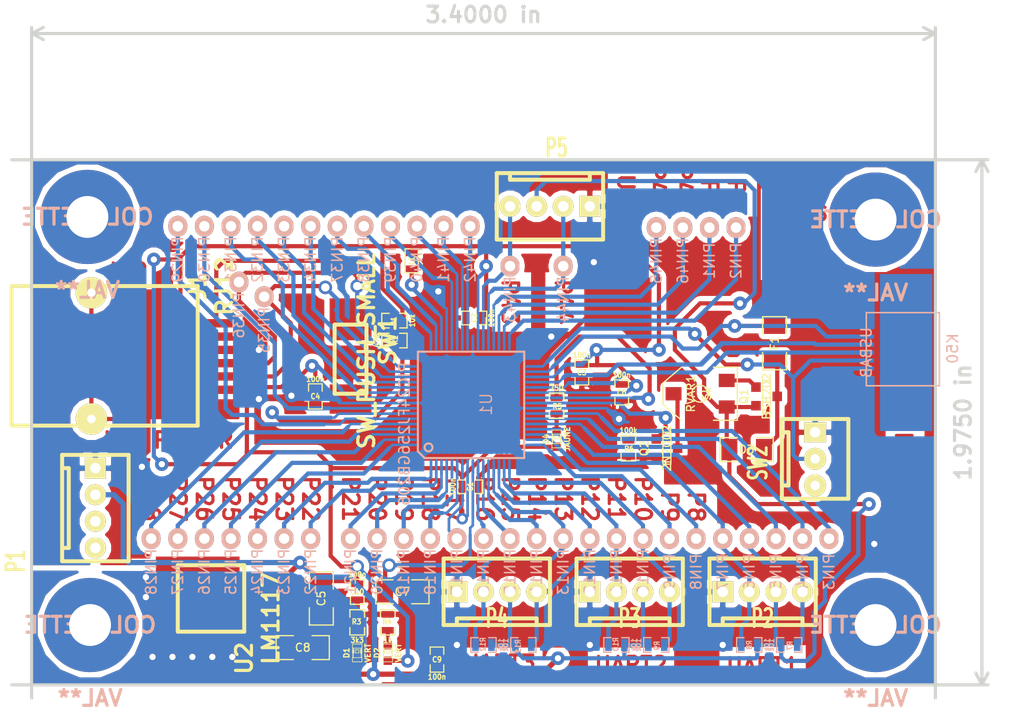
<source format=kicad_pcb>
(kicad_pcb (version 3) (host pcbnew "(2013-07-07 BZR 4022)-stable")
  (layers (15 Dessus.Cu signal) (0 Dessous.Cu signal))
  (net 0 "")
  (net 1 +3.3V)
  (net 2 +5VD)
  (net 3 /D+)
  (net 4 /D-)
  (net 5 /HOST)
  (net 6 /PGC)
  (net 7 /PGD)
  (net 8 /RST)
  (net 9 /RX1)
  (net 10 /RX2)
  (net 11 /RX3)
  (net 12 /RX4)
  (net 13 /TX1)
  (net 14 /TX2)
  (net 15 /TX3)
  (net 16 /TX4)
  (net 17 /USBID)
  (net 18 /VBUS)
  (net 19 GND)
  (net 20 N-0000011)
  (net 21 N-000002)
  (net 22 N-0000025)
  (net 23 N-0000026)
  (net 24 N-0000027)
  (net 25 N-0000028)
  (net 26 N-0000029)
  (net 27 N-000003)
  (net 28 N-0000030)
  (net 29 N-0000031)
  (net 30 N-0000032)
  (net 31 N-0000033)
  (net 32 N-0000034)
  (net 33 N-0000035)
  (net 34 N-0000036)
  (net 35 N-0000037)
  (net 36 N-0000038)
  (net 37 N-0000039)
  (net 38 N-000004)
  (net 39 N-0000040)
  (net 40 N-0000041)
  (net 41 N-0000042)
  (net 42 N-0000043)
  (net 43 N-0000044)
  (net 44 N-0000045)
  (net 45 N-0000046)
  (net 46 N-0000047)
  (net 47 N-0000048)
  (net 48 N-0000049)
  (net 49 N-000005)
  (net 50 N-0000050)
  (net 51 N-0000051)
  (net 52 N-0000052)
  (net 53 N-0000053)
  (net 54 N-0000055)
  (net 55 N-0000057)
  (net 56 N-0000058)
  (net 57 N-0000059)
  (net 58 N-000006)
  (net 59 N-0000060)
  (net 60 N-0000061)
  (net 61 N-0000062)
  (net 62 N-0000063)
  (net 63 N-0000064)
  (net 64 N-0000067)
  (net 65 N-0000068)
  (module 1pad (layer Dessous.Cu) (at 150.368 115.062)
    (fp_text reference PIN23)
    (fp_text value CONN_1 hide)
    (pad 1 thru_hole oval (at 0 0) (size 1.8 2) (drill 1) (layers *.Cu *.Mask Dessous.SilkS) (net 55 N-0000057))
  )
  (module TQFP_64 (layer Dessous.Cu) (at 168.148 102.362 90)
    (fp_text reference U1)
    (fp_text value PIC24FJ256GB206)
    (pad 1 smd rect (at -3.74904 -5.86994 90) (size 0.24892 1.524) (layers Dessous.Cu Dessous.Pate Dessous.Masque) (net 44 N-0000045))
    (pad 2 smd oval (at -3.24866 -5.86994 90) (size 0.24892 1.524) (layers Dessous.Cu Dessous.Pate Dessous.Masque) (net 43 N-0000044))
    (pad 3 smd oval (at -2.74828 -5.86994 90) (size 0.24892 1.524) (layers Dessous.Cu Dessous.Pate Dessous.Masque) (net 42 N-0000043))
    (pad 4 smd oval (at -2.2479 -5.86994 90) (size 0.24892 1.524) (layers Dessous.Cu Dessous.Pate Dessous.Masque) (net 41 N-0000042))
    (pad 5 smd oval (at -1.74752 -5.86994 90) (size 0.24892 1.524) (layers Dessous.Cu Dessous.Pate Dessous.Masque) (net 40 N-0000041))
    (pad 6 smd oval (at -1.24968 -5.86994 90) (size 0.24892 1.524) (layers Dessous.Cu Dessous.Pate Dessous.Masque) (net 39 N-0000040))
    (pad 7 smd oval (at -0.7493 -5.86994 90) (size 0.24892 1.524) (layers Dessous.Cu Dessous.Pate Dessous.Masque) (net 37 N-0000039))
    (pad 8 smd oval (at -0.24892 -5.86994 90) (size 0.24892 1.524) (layers Dessous.Cu Dessous.Pate Dessous.Masque) (net 36 N-0000038))
    (pad 9 smd oval (at 0.25146 -5.86994 90) (size 0.24892 1.524) (layers Dessous.Cu Dessous.Pate Dessous.Masque) (net 19 GND))
    (pad 10 smd oval (at 0.75184 -5.86994 90) (size 0.24892 1.524) (layers Dessous.Cu Dessous.Pate Dessous.Masque) (net 1 +3.3V))
    (pad 11 smd oval (at 1.25222 -5.86994 90) (size 0.24892 1.524) (layers Dessous.Cu Dessous.Pate Dessous.Masque) (net 24 N-0000027))
    (pad 12 smd oval (at 1.75006 -5.86994 90) (size 0.24892 1.524) (layers Dessous.Cu Dessous.Pate Dessous.Masque) (net 22 N-0000025))
    (pad 13 smd oval (at 2.25044 -5.86994 90) (size 0.24892 1.524) (layers Dessous.Cu Dessous.Pate Dessous.Masque) (net 33 N-0000035))
    (pad 14 smd oval (at 2.75082 -5.86994 90) (size 0.24892 1.524) (layers Dessous.Cu Dessous.Pate Dessous.Masque) (net 60 N-0000061))
    (pad 15 smd oval (at 3.2512 -5.86994 90) (size 0.24892 1.524) (layers Dessous.Cu Dessous.Pate Dessous.Masque) (net 6 /PGC))
    (pad 16 smd oval (at 3.75158 -5.86994 90) (size 0.24892 1.524) (layers Dessous.Cu Dessous.Pate Dessous.Masque) (net 7 /PGD))
    (pad 17 smd oval (at 6.0325 -3.74904 90) (size 1.524 0.24892) (layers Dessous.Cu Dessous.Pate Dessous.Masque) (net 52 N-0000052))
    (pad 18 smd oval (at 6.0325 -3.24866 90) (size 1.524 0.24892) (layers Dessous.Cu Dessous.Pate Dessous.Masque) (net 50 N-0000050))
    (pad 19 smd oval (at 6.0325 -2.74828 90) (size 1.524 0.24892) (layers Dessous.Cu Dessous.Pate Dessous.Masque) (net 46 N-0000047))
    (pad 20 smd oval (at 6.0325 -2.2479 90) (size 1.524 0.24892) (layers Dessous.Cu Dessous.Pate Dessous.Masque) (net 19 GND))
    (pad 21 smd oval (at 6.0325 -1.74752 90) (size 1.524 0.24892) (layers Dessous.Cu Dessous.Pate Dessous.Masque) (net 25 N-0000028))
    (pad 22 smd oval (at 6.0325 -1.24968 90) (size 1.524 0.24892) (layers Dessous.Cu Dessous.Pate Dessous.Masque) (net 29 N-0000031))
    (pad 23 smd oval (at 6.0325 -0.7493 90) (size 1.524 0.24892) (layers Dessous.Cu Dessous.Pate Dessous.Masque) (net 34 N-0000036))
    (pad 24 smd oval (at 6.0325 -0.24892 90) (size 1.524 0.24892) (layers Dessous.Cu Dessous.Pate Dessous.Masque) (net 59 N-0000060))
    (pad 25 smd oval (at 6.0325 0.25146 90) (size 1.524 0.24892) (layers Dessous.Cu Dessous.Pate Dessous.Masque) (net 19 GND))
    (pad 26 smd oval (at 6.0325 0.75184 90) (size 1.524 0.24892) (layers Dessous.Cu Dessous.Pate Dessous.Masque) (net 1 +3.3V))
    (pad 27 smd oval (at 6.0325 1.25222 90) (size 1.524 0.24892) (layers Dessous.Cu Dessous.Pate Dessous.Masque) (net 12 /RX4))
    (pad 28 smd oval (at 6.0325 1.75006 90) (size 1.524 0.24892) (layers Dessous.Cu Dessous.Pate Dessous.Masque) (net 16 /TX4))
    (pad 29 smd oval (at 6.0325 2.25044 90) (size 1.524 0.24892) (layers Dessous.Cu Dessous.Pate Dessous.Masque) (net 45 N-0000046))
    (pad 30 smd oval (at 6.0325 2.75082 90) (size 1.524 0.24892) (layers Dessous.Cu Dessous.Pate Dessous.Masque) (net 35 N-0000037))
    (pad 31 smd oval (at 6.0325 3.2512 90) (size 1.524 0.24892) (layers Dessous.Cu Dessous.Pate Dessous.Masque) (net 26 N-0000029))
    (pad 32 smd oval (at 6.0325 3.75158 90) (size 1.524 0.24892) (layers Dessous.Cu Dessous.Pate Dessous.Masque) (net 30 N-0000032))
    (pad 33 smd oval (at 3.75158 6.0325 90) (size 0.24892 1.524) (layers Dessous.Cu Dessous.Pate Dessous.Masque) (net 17 /USBID))
    (pad 34 smd oval (at 3.2512 6.0325 90) (size 0.24892 1.524) (layers Dessous.Cu Dessous.Pate Dessous.Masque) (net 18 /VBUS))
    (pad 35 smd oval (at 2.75082 6.0325 90) (size 0.24892 1.524) (layers Dessous.Cu Dessous.Pate Dessous.Masque) (net 1 +3.3V))
    (pad 36 smd oval (at 2.25044 6.0325 90) (size 0.24892 1.524) (layers Dessous.Cu Dessous.Pate Dessous.Masque) (net 4 /D-))
    (pad 37 smd oval (at 1.75006 6.0325 90) (size 0.24892 1.524) (layers Dessous.Cu Dessous.Pate Dessous.Masque) (net 3 /D+))
    (pad 38 smd oval (at 1.25222 6.0325 90) (size 0.24892 1.524) (layers Dessous.Cu Dessous.Pate Dessous.Masque) (net 1 +3.3V))
    (pad 39 smd oval (at 0.75184 6.0325 90) (size 0.24892 1.524) (layers Dessous.Cu Dessous.Pate Dessous.Masque) (net 65 N-0000068))
    (pad 40 smd oval (at 0.25146 6.0325 90) (size 0.24892 1.524) (layers Dessous.Cu Dessous.Pate Dessous.Masque) (net 5 /HOST))
    (pad 41 smd oval (at -0.24892 6.0325 90) (size 0.24892 1.524) (layers Dessous.Cu Dessous.Pate Dessous.Masque) (net 19 GND))
    (pad 42 smd oval (at -0.7493 6.0325 90) (size 0.24892 1.524) (layers Dessous.Cu Dessous.Pate Dessous.Masque) (net 31 N-0000033))
    (pad 43 smd oval (at -1.24968 6.0325 90) (size 0.24892 1.524) (layers Dessous.Cu Dessous.Pate Dessous.Masque) (net 63 N-0000064))
    (pad 44 smd oval (at -1.74752 6.0325 90) (size 0.24892 1.524) (layers Dessous.Cu Dessous.Pate Dessous.Masque) (net 57 N-0000059))
    (pad 45 smd oval (at -2.2479 6.0325 90) (size 0.24892 1.524) (layers Dessous.Cu Dessous.Pate Dessous.Masque) (net 9 /RX1))
    (pad 46 smd oval (at -2.74828 6.0325 90) (size 0.24892 1.524) (layers Dessous.Cu Dessous.Pate Dessous.Masque) (net 13 /TX1))
    (pad 47 smd oval (at -3.24866 6.0325 90) (size 0.24892 1.524) (layers Dessous.Cu Dessous.Pate Dessous.Masque) (net 51 N-0000051))
    (pad 48 smd oval (at -3.74904 6.0325 90) (size 0.24892 1.524) (layers Dessous.Cu Dessous.Pate Dessous.Masque) (net 48 N-0000049))
    (pad 49 smd oval (at -5.86994 3.75158 90) (size 1.524 0.24892) (layers Dessous.Cu Dessous.Pate Dessous.Masque) (net 10 /RX2))
    (pad 50 smd oval (at -5.86994 3.2512 90) (size 1.524 0.24892) (layers Dessous.Cu Dessous.Pate Dessous.Masque) (net 14 /TX2))
    (pad 52 smd oval (at -5.86994 2.25044 90) (size 1.524 0.24892) (layers Dessous.Cu Dessous.Pate Dessous.Masque) (net 15 /TX3))
    (pad 51 smd oval (at -5.88772 2.75082 90) (size 1.524 0.24892) (layers Dessous.Cu Dessous.Pate Dessous.Masque) (net 11 /RX3))
    (pad 53 smd oval (at -5.86994 1.75006 90) (size 1.524 0.24892) (layers Dessous.Cu Dessous.Pate Dessous.Masque) (net 62 N-0000063))
    (pad 54 smd oval (at -5.86994 1.25222 90) (size 1.524 0.24892) (layers Dessous.Cu Dessous.Pate Dessous.Masque) (net 56 N-0000058))
    (pad 55 smd oval (at -5.86994 0.75184 90) (size 1.524 0.24892) (layers Dessous.Cu Dessous.Pate Dessous.Masque) (net 54 N-0000055))
    (pad 56 smd oval (at -5.86994 0.25146 90) (size 1.524 0.24892) (layers Dessous.Cu Dessous.Pate Dessous.Masque) (net 53 N-0000053))
    (pad 57 smd oval (at -5.86994 -0.24892 90) (size 1.524 0.24892) (layers Dessous.Cu Dessous.Pate Dessous.Masque) (net 1 +3.3V))
    (pad 58 smd oval (at -5.86994 -0.7493 90) (size 1.524 0.24892) (layers Dessous.Cu Dessous.Pate Dessous.Masque) (net 47 N-0000048))
    (pad 59 smd oval (at -5.86994 -1.24206 90) (size 1.524 0.24892) (layers Dessous.Cu Dessous.Pate Dessous.Masque) (net 20 N-0000011))
    (pad 60 smd oval (at -5.86994 -1.74244 90) (size 1.524 0.24892) (layers Dessous.Cu Dessous.Pate Dessous.Masque) (net 23 N-0000026))
    (pad 61 smd oval (at -5.86994 -2.24282 90) (size 1.524 0.24892) (layers Dessous.Cu Dessous.Pate Dessous.Masque) (net 28 N-0000030))
    (pad 62 smd oval (at -5.86994 -2.7432 90) (size 1.524 0.24892) (layers Dessous.Cu Dessous.Pate Dessous.Masque) (net 32 N-0000034))
    (pad 63 smd oval (at -5.86994 -3.24104 90) (size 1.524 0.24892) (layers Dessous.Cu Dessous.Pate Dessous.Masque) (net 61 N-0000062))
    (pad 64 smd oval (at -5.86994 -3.74142 90) (size 1.524 0.24892) (layers Dessous.Cu Dessous.Pate Dessous.Masque) (net 55 N-0000057))
  )
  (module SOT23GDS (layer Dessus.Cu) (at 186.944 106.426 90)
    (fp_text reference Q2)
    (fp_text value 2N7002)
    (pad S smd rect (at -0.889 -1.016 90) (size 0.9144 0.9144) (layers Dessus.Cu Dessus.Pate Dessus.Masque) (net 19 GND))
    (pad G smd rect (at 0.889 -1.016 90) (size 0.9144 0.9144) (layers Dessus.Cu Dessus.Pate Dessus.Masque) (net 5 /HOST))
    (pad D smd rect (at 0 1.016 90) (size 0.9144 0.9144) (layers Dessus.Cu Dessus.Pate Dessus.Masque) (net 58 N-000006))
  )
  (module SOT23GDS (layer Dessus.Cu) (at 196.469 101.473 90)
    (fp_text reference Q1)
    (fp_text value BSH202)
    (pad S smd rect (at -0.889 -1.016 90) (size 0.9144 0.9144) (layers Dessus.Cu Dessus.Pate Dessus.Masque) (net 2 +5VD))
    (pad G smd rect (at 0.889 -1.016 90) (size 0.9144 0.9144) (layers Dessus.Cu Dessus.Pate Dessus.Masque) (net 49 N-000005))
    (pad D smd rect (at 0 1.016 90) (size 0.9144 0.9144) (layers Dessus.Cu Dessus.Pate Dessus.Masque) (net 21 N-000002))
  )
  (module SM1206 (layer Dessus.Cu) (at 194.564 106.553 180)
    (fp_text reference D3)
    (fp_text value B340A hide)
    (pad 1 smd rect (at -1.651 0 180) (size 1.524 2.032) (layers Dessus.Cu Dessus.Pate Dessus.Masque) (net 21 N-000002))
    (pad 2 smd rect (at 1.651 0 180) (size 1.524 2.032) (layers Dessus.Cu Dessus.Pate Dessus.Masque) (net 2 +5VD))
  )
  (module SM1206 (layer Dessus.Cu) (at 197.231 96.393 270)
    (fp_text reference F1)
    (fp_text value FUSE hide)
    (pad 1 smd rect (at -1.651 0 270) (size 1.524 2.032) (layers Dessus.Cu Dessus.Pate Dessus.Masque) (net 18 /VBUS))
    (pad 2 smd rect (at 1.651 0 270) (size 1.524 2.032) (layers Dessus.Cu Dessus.Pate Dessus.Masque) (net 21 N-000002))
  )
  (module SM1206 (layer Dessus.Cu) (at 153.924 120.777 270)
    (fp_text reference C5)
    (fp_text value 10U/10V hide)
    (pad 1 smd rect (at -1.651 0 270) (size 1.524 2.032) (layers Dessus.Cu Dessus.Pate Dessus.Masque) (net 1 +3.3V))
    (pad 2 smd rect (at 1.651 0 270) (size 1.524 2.032) (layers Dessus.Cu Dessus.Pate Dessus.Masque) (net 19 GND))
  )
  (module SM1206 (layer Dessus.Cu) (at 161.671 120.142)
    (fp_text reference C7)
    (fp_text value 10U/10V hide)
    (pad 1 smd rect (at -1.651 0) (size 1.524 2.032) (layers Dessus.Cu Dessus.Pate Dessus.Masque) (net 53 N-0000053))
    (pad 2 smd rect (at 1.651 0) (size 1.524 2.032) (layers Dessus.Cu Dessus.Pate Dessus.Masque) (net 19 GND))
  )
  (module SM0603_Resistor (layer Dessus.Cu) (at 183.261 106.426 270)
    (fp_text reference R6)
    (fp_text value 100k)
    (pad 1 smd rect (at -0.762 0 270) (size 0.635 1.143) (layers Dessus.Cu Dessus.Pate Dessus.Masque) (net 5 /HOST))
    (pad 2 smd rect (at 0.762 0 270) (size 0.635 1.143) (layers Dessus.Cu Dessus.Pate Dessus.Masque) (net 19 GND))
  )
  (module SM0603_Resistor (layer Dessus.Cu) (at 176.403 102.362 270)
    (fp_text reference R5)
    (fp_text value 750)
    (pad 1 smd rect (at -0.762 0 270) (size 0.635 1.143) (layers Dessus.Cu Dessus.Pate Dessus.Masque) (net 65 N-0000068))
    (pad 2 smd rect (at 0.762 0 270) (size 0.635 1.143) (layers Dessus.Cu Dessus.Pate Dessus.Masque) (net 64 N-0000067))
  )
  (module SM0603_Resistor (layer Dessus.Cu) (at 157.353 123.063 90)
    (fp_text reference R3)
    (fp_text value 3k3)
    (pad 1 smd rect (at -0.762 0 90) (size 0.635 1.143) (layers Dessus.Cu Dessus.Pate Dessus.Masque) (net 27 N-000003))
    (pad 2 smd rect (at 0.762 0 90) (size 0.635 1.143) (layers Dessus.Cu Dessus.Pate Dessus.Masque) (net 19 GND))
  )
  (module SM0603_Resistor (layer Dessus.Cu) (at 160.274 123.063 90)
    (fp_text reference R4)
    (fp_text value 1k)
    (pad 1 smd rect (at -0.762 0 90) (size 0.635 1.143) (layers Dessus.Cu Dessus.Pate Dessus.Masque) (net 38 N-000004))
    (pad 2 smd rect (at 0.762 0 90) (size 0.635 1.143) (layers Dessus.Cu Dessus.Pate Dessus.Masque) (net 19 GND))
  )
  (module SM0603_Resistor (layer Dessus.Cu) (at 160.909 96.139)
    (fp_text reference R2)
    (fp_text value 470)
    (pad 1 smd rect (at -0.762 0) (size 0.635 1.143) (layers Dessus.Cu Dessus.Pate Dessus.Masque) (net 8 /RST))
    (pad 2 smd rect (at 0.762 0) (size 0.635 1.143) (layers Dessus.Cu Dessus.Pate Dessus.Masque) (net 37 N-0000039))
  )
  (module SM0603_Resistor (layer Dessus.Cu) (at 160.909 94.234 180)
    (fp_text reference R1)
    (fp_text value 10k)
    (pad 1 smd rect (at -0.762 0 180) (size 0.635 1.143) (layers Dessus.Cu Dessus.Pate Dessus.Masque) (net 1 +3.3V))
    (pad 2 smd rect (at 0.762 0 180) (size 0.635 1.143) (layers Dessus.Cu Dessus.Pate Dessus.Masque) (net 8 /RST))
  )
  (module SM0603_Capa (layer Dessus.Cu) (at 182.626 101.092 270)
    (fp_text reference C6)
    (fp_text value 100n)
    (pad 1 smd rect (at -0.762 0 270) (size 0.635 1.143) (layers Dessus.Cu Dessus.Pate Dessus.Masque) (net 1 +3.3V))
    (pad 2 smd rect (at 0.762 0 270) (size 0.635 1.143) (layers Dessus.Cu Dessus.Pate Dessus.Masque) (net 19 GND))
  )
  (module SM0603_Capa (layer Dessus.Cu) (at 153.3525 101.473 270)
    (fp_text reference C4)
    (fp_text value 100n)
    (pad 1 smd rect (at -0.762 0 270) (size 0.635 1.143) (layers Dessus.Cu Dessus.Pate Dessus.Masque) (net 1 +3.3V))
    (pad 2 smd rect (at 0.762 0 270) (size 0.635 1.143) (layers Dessus.Cu Dessus.Pate Dessus.Masque) (net 19 GND))
  )
  (module SM0603_Capa (layer Dessus.Cu) (at 178.816 99.187 270)
    (fp_text reference C3)
    (fp_text value 100n)
    (pad 1 smd rect (at -0.762 0 270) (size 0.635 1.143) (layers Dessus.Cu Dessus.Pate Dessus.Masque) (net 1 +3.3V))
    (pad 2 smd rect (at 0.762 0 270) (size 0.635 1.143) (layers Dessus.Cu Dessus.Pate Dessus.Masque) (net 19 GND))
  )
  (module SM0603_Capa (layer Dessus.Cu) (at 168.529 93.98 180)
    (fp_text reference C2)
    (fp_text value 100n)
    (pad 1 smd rect (at -0.762 0 180) (size 0.635 1.143) (layers Dessus.Cu Dessus.Pate Dessus.Masque) (net 1 +3.3V))
    (pad 2 smd rect (at 0.762 0 180) (size 0.635 1.143) (layers Dessus.Cu Dessus.Pate Dessus.Masque) (net 19 GND))
  )
  (module SM0603_Capa (layer Dessus.Cu) (at 168.148 110.109)
    (fp_text reference C1)
    (fp_text value 100n)
    (pad 1 smd rect (at -0.762 0) (size 0.635 1.143) (layers Dessus.Cu Dessus.Pate Dessus.Masque) (net 1 +3.3V))
    (pad 2 smd rect (at 0.762 0) (size 0.635 1.143) (layers Dessus.Cu Dessus.Pate Dessus.Masque) (net 19 GND))
  )
  (module SM0603 (layer Dessus.Cu) (at 162.56 88.519 270)
    (fp_text reference L1)
    (fp_text value 30Ohms hide)
    (pad 1 smd rect (at -0.762 0 270) (size 0.635 1.143) (layers Dessus.Cu Dessus.Pate Dessus.Masque) (net 1 +3.3V))
    (pad 2 smd rect (at 0.762 0 270) (size 0.635 1.143) (layers Dessus.Cu Dessus.Pate Dessus.Masque) (net 46 N-0000047))
  )
  (module POT_CMS (layer Dessus.Cu) (at 190.119 101.219 90)
    (fp_text reference RVAR1)
    (fp_text value 5k)
    (pad 1 smd rect (at -1.27 2.54 90) (size 1.27 1.524) (layers Dessus.Cu Dessus.Pate Dessus.Masque) (net 2 +5VD))
    (pad 2 smd rect (at 0 -2.54 90) (size 1.27 1.524) (layers Dessus.Cu Dessus.Pate Dessus.Masque) (net 58 N-000006))
    (pad 3 smd rect (at 1.27 2.54 90) (size 1.27 1.524) (layers Dessus.Cu Dessus.Pate Dessus.Masque) (net 49 N-000005))
  )
  (module LED-0603 (layer Dessus.Cu) (at 157.353 125.984 90)
    (fp_text reference D1)
    (fp_text value VERT)
    (pad 1 smd rect (at -0.7493 0 90) (size 0.79756 0.79756) (layers Dessus.Cu Dessus.Pate Dessus.Masque) (net 2 +5VD))
    (pad 2 smd rect (at 0.7493 0 90) (size 0.79756 0.79756) (layers Dessus.Cu Dessus.Pate Dessus.Masque) (net 27 N-000003))
  )
  (module LED-0603 (layer Dessus.Cu) (at 160.274 125.984 90)
    (fp_text reference D2)
    (fp_text value VERT)
    (pad 1 smd rect (at -0.7493 0 90) (size 0.79756 0.79756) (layers Dessus.Cu Dessus.Pate Dessus.Masque) (net 1 +3.3V))
    (pad 2 smd rect (at 0.7493 0 90) (size 0.79756 0.79756) (layers Dessus.Cu Dessus.Pate Dessus.Masque) (net 38 N-000004))
  )
  (module LED-0603 (layer Dessus.Cu) (at 176.403 105.537 90)
    (fp_text reference D4)
    (fp_text value JAUNE)
    (pad 1 smd rect (at -0.7493 0 90) (size 0.79756 0.79756) (layers Dessus.Cu Dessus.Pate Dessus.Masque) (net 1 +3.3V))
    (pad 2 smd rect (at 0.7493 0 90) (size 0.79756 0.79756) (layers Dessus.Cu Dessus.Pate Dessus.Masque) (net 64 N-0000067))
  )
  (module KK-3 (layer Dessus.Cu) (at 201.1045 109.982 90)
    (fp_text reference SW2)
    (fp_text value SWITCH_INV hide)
    (pad 1 thru_hole rect (at 5.08 0 90) (size 1.89992 2.10058) (drill 1.00076) (layers *.Cu *.Mask Dessus.SilkS) (net 19 GND))
    (pad 2 thru_hole circle (at 2.54 0 90) (size 2.10058 2.10058) (drill 0.89916) (layers *.Cu *.Mask Dessus.SilkS) (net 17 /USBID))
    (pad 3 thru_hole circle (at 0 0 90) (size 2.10058 2.10058) (drill 0.89916) (layers *.Cu *.Mask Dessus.SilkS))
  )
  (module RJ12_CMS (layer Dessus.Cu) (at 142.113 90.932 270)
    (fp_text reference J1)
    (fp_text value RJ12)
    (pad 4 smd rect (at 7.366 -1.778 270) (size 0.8001 4.0005) (layers Dessus.Cu Dessus.Pate Dessus.Masque) (net 7 /PGD))
    (pad 2 smd rect (at 4.826 -1.778 270) (size 0.8001 4.0005) (layers Dessus.Cu Dessus.Pate Dessus.Masque) (net 1 +3.3V))
    (pad 6 smd rect (at 9.906 -1.778 270) (size 0.8001 4.0005) (layers Dessus.Cu Dessus.Pate Dessus.Masque))
    (pad 1 smd rect (at 3.556 -1.778 270) (size 0.8001 4.0005) (layers Dessus.Cu Dessus.Pate Dessus.Masque) (net 8 /RST))
    (pad 3 smd rect (at 6.096 -1.778 270) (size 0.8001 4.0005) (layers Dessus.Cu Dessus.Pate Dessus.Masque) (net 19 GND))
    (pad 5 smd rect (at 8.636 -1.778 270) (size 0.8001 4.0005) (layers Dessus.Cu Dessus.Pate Dessus.Masque) (net 6 /PGC))
    (pad 8 thru_hole circle (at 12.7 10.16 270) (size 2.99974 2.99974) (drill 0.8128) (layers *.Cu *.Mask Dessus.SilkS))
    (pad 7 thru_hole circle (at 0.635 10.16 270) (size 2.99974 2.99974) (drill 0.8128) (layers *.Cu *.Mask Dessus.SilkS))
  )
  (module SM1206 (layer Dessus.Cu) (at 152.146 125.476)
    (fp_text reference C8)
    (fp_text value 10U/10V hide)
    (pad 1 smd rect (at -1.651 0) (size 1.524 2.032) (layers Dessus.Cu Dessus.Pate Dessus.Masque) (net 2 +5VD))
    (pad 2 smd rect (at 1.651 0) (size 1.524 2.032) (layers Dessus.Cu Dessus.Pate Dessus.Masque) (net 19 GND))
  )
  (module SM0603_Resistor (layer Dessous.Cu) (at 198.628 125.222)
    (fp_text reference R7)
    (fp_text value 10k)
    (pad 1 smd rect (at -0.762 0) (size 0.635 1.143) (layers Dessous.Cu Dessous.Pate Dessous.Masque) (net 2 +5VD))
    (pad 2 smd rect (at 0.762 0) (size 0.635 1.143) (layers Dessous.Cu Dessous.Pate Dessous.Masque) (net 9 /RX1))
  )
  (module SM0603_Resistor (layer Dessous.Cu) (at 194.818 125.222 180)
    (fp_text reference R8)
    (fp_text value 10k)
    (pad 1 smd rect (at -0.762 0 180) (size 0.635 1.143) (layers Dessous.Cu Dessous.Pate Dessous.Masque) (net 2 +5VD))
    (pad 2 smd rect (at 0.762 0 180) (size 0.635 1.143) (layers Dessous.Cu Dessous.Pate Dessous.Masque) (net 13 /TX1))
  )
  (module SM0603_Resistor (layer Dessous.Cu) (at 185.928 125.222)
    (fp_text reference R9)
    (fp_text value 10k)
    (pad 1 smd rect (at -0.762 0) (size 0.635 1.143) (layers Dessous.Cu Dessous.Pate Dessous.Masque) (net 2 +5VD))
    (pad 2 smd rect (at 0.762 0) (size 0.635 1.143) (layers Dessous.Cu Dessous.Pate Dessous.Masque) (net 10 /RX2))
  )
  (module SM0603_Resistor (layer Dessous.Cu) (at 182.118 125.222 180)
    (fp_text reference R10)
    (fp_text value 10k)
    (pad 1 smd rect (at -0.762 0 180) (size 0.635 1.143) (layers Dessous.Cu Dessous.Pate Dessous.Masque) (net 2 +5VD))
    (pad 2 smd rect (at 0.762 0 180) (size 0.635 1.143) (layers Dessous.Cu Dessous.Pate Dessous.Masque) (net 14 /TX2))
  )
  (module SM0603_Resistor (layer Dessous.Cu) (at 173.228 125.222)
    (fp_text reference R11)
    (fp_text value 10k)
    (pad 1 smd rect (at -0.762 0) (size 0.635 1.143) (layers Dessous.Cu Dessous.Pate Dessous.Masque) (net 2 +5VD))
    (pad 2 smd rect (at 0.762 0) (size 0.635 1.143) (layers Dessous.Cu Dessous.Pate Dessous.Masque) (net 11 /RX3))
  )
  (module SM0603_Resistor (layer Dessous.Cu) (at 169.418 125.222 180)
    (fp_text reference R12)
    (fp_text value 10k)
    (pad 1 smd rect (at -0.762 0 180) (size 0.635 1.143) (layers Dessous.Cu Dessous.Pate Dessous.Masque) (net 2 +5VD))
    (pad 2 smd rect (at 0.762 0 180) (size 0.635 1.143) (layers Dessous.Cu Dessous.Pate Dessous.Masque) (net 15 /TX3))
  )
  (module SM0603_Capa (layer Dessus.Cu) (at 164.973 126.619 90)
    (fp_text reference C9)
    (fp_text value 100n)
    (pad 1 smd rect (at -0.762 0 90) (size 0.635 1.143) (layers Dessus.Cu Dessus.Pate Dessus.Masque) (net 2 +5VD))
    (pad 2 smd rect (at 0.762 0 90) (size 0.635 1.143) (layers Dessus.Cu Dessus.Pate Dessus.Masque) (net 19 GND))
  )
  (module SM0603_Capa (layer Dessus.Cu) (at 157.353 120.142 270)
    (fp_text reference C10)
    (fp_text value 100n)
    (pad 1 smd rect (at -0.762 0 270) (size 0.635 1.143) (layers Dessus.Cu Dessus.Pate Dessus.Masque) (net 1 +3.3V))
    (pad 2 smd rect (at 0.762 0 270) (size 0.635 1.143) (layers Dessus.Cu Dessus.Pate Dessus.Masque) (net 19 GND))
  )
  (module KK-4 (layer Dessus.Cu) (at 132.334 115.951 90)
    (fp_text reference P1)
    (fp_text value CONN_4 hide)
    (pad 1 thru_hole rect (at 7.62 0 90) (size 1.99898 1.99898) (drill 1.00076) (layers *.Cu *.Mask Dessus.SilkS) (net 19 GND))
    (pad 2 thru_hole circle (at 5.08 0 90) (size 1.99898 1.99898) (drill 1.00076) (layers *.Cu *.Mask Dessus.SilkS) (net 2 +5VD))
    (pad 3 thru_hole circle (at 2.54 0 90) (size 1.99898 1.99898) (drill 1.00076) (layers *.Cu *.Mask Dessus.SilkS))
    (pad 4 thru_hole circle (at 0 0 90) (size 1.99898 1.99898) (drill 1.00076) (layers *.Cu *.Mask Dessus.SilkS))
  )
  (module KK-4 (layer Dessus.Cu) (at 199.898 120.142 180)
    (fp_text reference P2)
    (fp_text value CONN_4 hide)
    (pad 1 thru_hole rect (at 7.62 0 180) (size 1.99898 1.99898) (drill 1.00076) (layers *.Cu *.Mask Dessus.SilkS) (net 19 GND))
    (pad 2 thru_hole circle (at 5.08 0 180) (size 1.99898 1.99898) (drill 1.00076) (layers *.Cu *.Mask Dessus.SilkS) (net 13 /TX1))
    (pad 3 thru_hole circle (at 2.54 0 180) (size 1.99898 1.99898) (drill 1.00076) (layers *.Cu *.Mask Dessus.SilkS) (net 2 +5VD))
    (pad 4 thru_hole circle (at 0 0 180) (size 1.99898 1.99898) (drill 1.00076) (layers *.Cu *.Mask Dessus.SilkS) (net 9 /RX1))
  )
  (module KK-4 (layer Dessus.Cu) (at 187.198 120.142 180)
    (fp_text reference P3)
    (fp_text value CONN_4 hide)
    (pad 1 thru_hole rect (at 7.62 0 180) (size 1.99898 1.99898) (drill 1.00076) (layers *.Cu *.Mask Dessus.SilkS) (net 19 GND))
    (pad 2 thru_hole circle (at 5.08 0 180) (size 1.99898 1.99898) (drill 1.00076) (layers *.Cu *.Mask Dessus.SilkS) (net 14 /TX2))
    (pad 3 thru_hole circle (at 2.54 0 180) (size 1.99898 1.99898) (drill 1.00076) (layers *.Cu *.Mask Dessus.SilkS) (net 2 +5VD))
    (pad 4 thru_hole circle (at 0 0 180) (size 1.99898 1.99898) (drill 1.00076) (layers *.Cu *.Mask Dessus.SilkS) (net 10 /RX2))
  )
  (module KK-4 (layer Dessus.Cu) (at 174.498 120.142 180)
    (fp_text reference P4)
    (fp_text value CONN_4 hide)
    (pad 1 thru_hole rect (at 7.62 0 180) (size 1.99898 1.99898) (drill 1.00076) (layers *.Cu *.Mask Dessus.SilkS) (net 19 GND))
    (pad 2 thru_hole circle (at 5.08 0 180) (size 1.99898 1.99898) (drill 1.00076) (layers *.Cu *.Mask Dessus.SilkS) (net 15 /TX3))
    (pad 3 thru_hole circle (at 2.54 0 180) (size 1.99898 1.99898) (drill 1.00076) (layers *.Cu *.Mask Dessus.SilkS) (net 2 +5VD))
    (pad 4 thru_hole circle (at 0 0 180) (size 1.99898 1.99898) (drill 1.00076) (layers *.Cu *.Mask Dessus.SilkS) (net 11 /RX3))
  )
  (module KK-4 (layer Dessus.Cu) (at 171.958 83.312)
    (fp_text reference P5)
    (fp_text value CONN_4 hide)
    (pad 1 thru_hole rect (at 7.62 0) (size 1.99898 1.99898) (drill 1.00076) (layers *.Cu *.Mask Dessus.SilkS) (net 19 GND))
    (pad 2 thru_hole circle (at 5.08 0) (size 1.99898 1.99898) (drill 1.00076) (layers *.Cu *.Mask Dessus.SilkS) (net 16 /TX4))
    (pad 3 thru_hole circle (at 2.54 0) (size 1.99898 1.99898) (drill 1.00076) (layers *.Cu *.Mask Dessus.SilkS) (net 2 +5VD))
    (pad 4 thru_hole circle (at 0 0) (size 1.99898 1.99898) (drill 1.00076) (layers *.Cu *.Mask Dessus.SilkS) (net 12 /RX4))
  )
  (module DPAK (layer Dessus.Cu) (at 149.098 122.682 90)
    (fp_text reference U2)
    (fp_text value LM1117)
    (pad 1 smd rect (at 0 0 90) (size 1.30048 2.99974) (layers Dessus.Cu Dessus.Pate Dessus.Masque) (net 19 GND))
    (pad 2 smd rect (at 3.81 0 90) (size 1.30048 2.99974) (layers Dessus.Cu Dessus.Pate Dessus.Masque) (net 2 +5VD))
    (pad 3 smd rect (at 1.905 -6.985 90) (size 8.001 8.001) (layers Dessus.Cu Dessus.Pate Dessus.Masque) (net 1 +3.3V))
  )
  (module COLONETTE (layer Dessous.Cu) (at 206.883 123.317)
    (fp_text reference COLONETTE)
    (fp_text value VAL**)
    (pad 1 thru_hole circle (at 0 0) (size 8.99922 8.99922) (drill 4.0005) (layers *.Cu))
  )
  (module COLONETTE (layer Dessous.Cu) (at 206.883 84.582)
    (fp_text reference COLONETTE)
    (fp_text value VAL**)
    (pad 1 thru_hole circle (at 0 0) (size 8.99922 8.99922) (drill 4.0005) (layers *.Cu))
  )
  (module COLONETTE (layer Dessous.Cu) (at 131.572 84.328)
    (fp_text reference COLONETTE)
    (fp_text value VAL**)
    (pad 1 thru_hole circle (at 0 0) (size 8.99922 8.99922) (drill 4.0005) (layers *.Cu))
  )
  (module COLONETTE (layer Dessous.Cu) (at 131.826 123.317)
    (fp_text reference COLONETTE)
    (fp_text value VAL**)
    (pad 1 thru_hole circle (at 0 0) (size 8.99922 8.99922) (drill 4.0005) (layers *.Cu))
  )
  (module SW2 (layer Dessus.Cu) (at 156.718 94.107 270)
    (fp_text reference SW1)
    (fp_text value SW_PUSH_SMALL)
    (pad 1 smd rect (at 0 0 270) (size 4 4) (layers Dessus.Cu Dessus.Pate Dessus.Masque) (net 8 /RST))
    (pad 2 smd rect (at 7.62 0 270) (size 2.8 4) (layers Dessus.Cu Dessus.Pate Dessus.Masque) (net 19 GND))
  )
  (module 1pad (layer Dessous.Cu) (at 147.828 85.217)
    (fp_text reference PIN32)
    (fp_text value CONN_1 hide)
    (pad 1 thru_hole oval (at 0 0) (size 1.8 2) (drill 1) (layers *.Cu *.Mask Dessous.SilkS) (net 22 N-0000025))
  )
  (module 1pad (layer Dessous.Cu) (at 188.468 85.344)
    (fp_text reference PIN46)
    (fp_text value CONN_1 hide)
    (pad 1 thru_hole oval (at 0 0) (size 1.8 2) (drill 1) (layers *.Cu *.Mask Dessous.SilkS) (net 35 N-0000037))
  )
  (module 1pad (layer Dessous.Cu) (at 185.928 85.344)
    (fp_text reference PIN45)
    (fp_text value CONN_1 hide)
    (pad 1 thru_hole oval (at 0 0) (size 1.8 2) (drill 1) (layers *.Cu *.Mask Dessous.SilkS) (net 45 N-0000046))
  )
  (module 1pad (layer Dessous.Cu) (at 177.038 89.027)
    (fp_text reference PIN44)
    (fp_text value CONN_1 hide)
    (pad 1 thru_hole oval (at 0 0) (size 1.8 2) (drill 1) (layers *.Cu *.Mask Dessous.SilkS) (net 16 /TX4))
  )
  (module 1pad (layer Dessous.Cu) (at 171.958 89.027)
    (fp_text reference PIN43)
    (fp_text value CONN_1 hide)
    (pad 1 thru_hole oval (at 0 0) (size 1.8 2) (drill 1) (layers *.Cu *.Mask Dessous.SilkS) (net 12 /RX4))
  )
  (module 1pad (layer Dessous.Cu) (at 168.148 85.217)
    (fp_text reference PIN42)
    (fp_text value CONN_1 hide)
    (pad 1 thru_hole oval (at 0 0) (size 1.8 2) (drill 1) (layers *.Cu *.Mask Dessous.SilkS) (net 59 N-0000060))
  )
  (module 1pad (layer Dessous.Cu) (at 165.608 85.217)
    (fp_text reference PIN41)
    (fp_text value CONN_1 hide)
    (pad 1 thru_hole oval (at 0 0) (size 1.8 2) (drill 1) (layers *.Cu *.Mask Dessous.SilkS) (net 34 N-0000036))
  )
  (module 1pad (layer Dessous.Cu) (at 163.068 85.217)
    (fp_text reference PIN40)
    (fp_text value CONN_1 hide)
    (pad 1 thru_hole oval (at 0 0) (size 1.8 2) (drill 1) (layers *.Cu *.Mask Dessous.SilkS) (net 29 N-0000031))
  )
  (module 1pad (layer Dessous.Cu) (at 160.528 85.217)
    (fp_text reference PIN39)
    (fp_text value CONN_1 hide)
    (pad 1 thru_hole oval (at 0 0) (size 1.8 2) (drill 1) (layers *.Cu *.Mask Dessous.SilkS) (net 25 N-0000028))
  )
  (module 1pad (layer Dessous.Cu) (at 157.988 85.217)
    (fp_text reference PIN38)
    (fp_text value CONN_1 hide)
    (pad 1 thru_hole oval (at 0 0) (size 1.8 2) (drill 1) (layers *.Cu *.Mask Dessous.SilkS) (net 50 N-0000050))
  )
  (module 1pad (layer Dessous.Cu) (at 155.448 85.217)
    (fp_text reference PIN37)
    (fp_text value CONN_1 hide)
    (pad 1 thru_hole oval (at 0 0) (size 1.8 2) (drill 1) (layers *.Cu *.Mask Dessous.SilkS) (net 52 N-0000052))
  )
  (module 1pad (layer Dessous.Cu) (at 145.288 85.217)
    (fp_text reference PIN31)
    (fp_text value CONN_1 hide)
    (pad 1 thru_hole oval (at 0 0) (size 1.8 2) (drill 1) (layers *.Cu *.Mask Dessous.SilkS) (net 24 N-0000027))
  )
  (module 1pad (layer Dessous.Cu) (at 166.878 115.062)
    (fp_text reference PIN17)
    (fp_text value CONN_1 hide)
    (pad 1 thru_hole oval (at 0 0) (size 1.8 2) (drill 1) (layers *.Cu *.Mask Dessous.SilkS) (net 47 N-0000048))
  )
  (module 1pad (layer Dessous.Cu) (at 150.368 85.217)
    (fp_text reference PIN33)
    (fp_text value CONN_1 hide)
    (pad 1 thru_hole oval (at 0 0) (size 1.8 2) (drill 1) (layers *.Cu *.Mask Dessous.SilkS) (net 33 N-0000035))
  )
  (module 1pad (layer Dessous.Cu) (at 152.908 85.217)
    (fp_text reference PIN34)
    (fp_text value CONN_1 hide)
    (pad 1 thru_hole oval (at 0 0) (size 1.8 2) (drill 1) (layers *.Cu *.Mask Dessous.SilkS) (net 60 N-0000061))
  )
  (module 1pad (layer Dessous.Cu) (at 148.463 91.948)
    (fp_text reference PIN35)
    (fp_text value CONN_1 hide)
    (pad 1 thru_hole oval (at 0 0) (size 1.8 2) (drill 1) (layers *.Cu *.Mask Dessous.SilkS) (net 6 /PGC))
  )
  (module 1pad (layer Dessous.Cu) (at 146.05 90.551)
    (fp_text reference PIN36)
    (fp_text value CONN_1 hide)
    (pad 1 thru_hole oval (at 0 0) (size 1.8 2) (drill 1) (layers *.Cu *.Mask Dessous.SilkS) (net 7 /PGD))
  )
  (module 1pad (layer Dessous.Cu) (at 187.198 115.062)
    (fp_text reference PIN9)
    (fp_text value CONN_1 hide)
    (pad 1 thru_hole oval (at 0 0) (size 1.8 2) (drill 1) (layers *.Cu *.Mask Dessous.SilkS) (net 48 N-0000049))
  )
  (module 1pad (layer Dessous.Cu) (at 189.738 115.062)
    (fp_text reference PIN8)
    (fp_text value CONN_1 hide)
    (pad 1 thru_hole oval (at 0 0) (size 1.8 2) (drill 1) (layers *.Cu *.Mask Dessous.SilkS) (net 51 N-0000051))
  )
  (module 1pad (layer Dessous.Cu) (at 142.748 85.217)
    (fp_text reference PIN30)
    (fp_text value CONN_1 hide)
    (pad 1 thru_hole oval (at 0 0) (size 1.8 2) (drill 1) (layers *.Cu *.Mask Dessous.SilkS) (net 36 N-0000038))
  )
  (module 1pad (layer Dessous.Cu) (at 140.208 85.217)
    (fp_text reference PIN29)
    (fp_text value CONN_1 hide)
    (pad 1 thru_hole oval (at 0 0) (size 1.8 2) (drill 1) (layers *.Cu *.Mask Dessous.SilkS) (net 39 N-0000040))
  )
  (module 1pad (layer Dessous.Cu) (at 137.668 115.062)
    (fp_text reference PIN28)
    (fp_text value CONN_1 hide)
    (pad 1 thru_hole oval (at 0 0) (size 1.8 2) (drill 1) (layers *.Cu *.Mask Dessous.SilkS) (net 40 N-0000041))
  )
  (module 1pad (layer Dessous.Cu) (at 140.208 115.062)
    (fp_text reference PIN27)
    (fp_text value CONN_1 hide)
    (pad 1 thru_hole oval (at 0 0) (size 1.8 2) (drill 1) (layers *.Cu *.Mask Dessous.SilkS) (net 41 N-0000042))
  )
  (module 1pad (layer Dessous.Cu) (at 169.418 115.062)
    (fp_text reference PIN16)
    (fp_text value CONN_1 hide)
    (pad 1 thru_hole oval (at 0 0) (size 1.8 2) (drill 1) (layers *.Cu *.Mask Dessous.SilkS) (net 54 N-0000055))
  )
  (module 1pad (layer Dessous.Cu) (at 145.288 115.062)
    (fp_text reference PIN25)
    (fp_text value CONN_1 hide)
    (pad 1 thru_hole oval (at 0 0) (size 1.8 2) (drill 1) (layers *.Cu *.Mask Dessous.SilkS) (net 43 N-0000044))
  )
  (module 1pad (layer Dessous.Cu) (at 147.828 115.062)
    (fp_text reference PIN24)
    (fp_text value CONN_1 hide)
    (pad 1 thru_hole oval (at 0 0) (size 1.8 2) (drill 1) (layers *.Cu *.Mask Dessous.SilkS) (net 44 N-0000045))
  )
  (module 1pad (layer Dessous.Cu) (at 152.908 115.062)
    (fp_text reference PIN22)
    (fp_text value CONN_1 hide)
    (pad 1 thru_hole oval (at 0 0) (size 1.8 2) (drill 1) (layers *.Cu *.Mask Dessous.SilkS) (net 61 N-0000062))
  )
  (module 1pad (layer Dessous.Cu) (at 156.718 115.062)
    (fp_text reference PIN21)
    (fp_text value CONN_1 hide)
    (pad 1 thru_hole oval (at 0 0) (size 1.8 2) (drill 1) (layers *.Cu *.Mask Dessous.SilkS) (net 32 N-0000034))
  )
  (module 1pad (layer Dessous.Cu) (at 159.258 115.062)
    (fp_text reference PIN20)
    (fp_text value CONN_1 hide)
    (pad 1 thru_hole oval (at 0 0) (size 1.8 2) (drill 1) (layers *.Cu *.Mask Dessous.SilkS) (net 28 N-0000030))
  )
  (module 1pad (layer Dessous.Cu) (at 161.798 115.062)
    (fp_text reference PIN19)
    (fp_text value CONN_1 hide)
    (pad 1 thru_hole oval (at 0 0) (size 1.8 2) (drill 1) (layers *.Cu *.Mask Dessous.SilkS) (net 23 N-0000026))
  )
  (module 1pad (layer Dessous.Cu) (at 194.818 115.062)
    (fp_text reference PIN6)
    (fp_text value CONN_1 hide)
    (pad 1 thru_hole oval (at 0 0) (size 1.8 2) (drill 1) (layers *.Cu *.Mask Dessous.SilkS) (net 9 /RX1))
  )
  (module 1pad (layer Dessous.Cu) (at 197.358 115.062)
    (fp_text reference PIN5)
    (fp_text value CONN_1 hide)
    (pad 1 thru_hole oval (at 0 0) (size 1.8 2) (drill 1) (layers *.Cu *.Mask Dessous.SilkS) (net 57 N-0000059))
  )
  (module 1pad (layer Dessous.Cu) (at 199.898 115.062)
    (fp_text reference PIN4)
    (fp_text value CONN_1 hide)
    (pad 1 thru_hole oval (at 0 0) (size 1.8 2) (drill 1) (layers *.Cu *.Mask Dessous.SilkS) (net 63 N-0000064))
  )
  (module 1pad (layer Dessous.Cu) (at 202.438 115.062)
    (fp_text reference PIN3)
    (fp_text value CONN_1 hide)
    (pad 1 thru_hole oval (at 0 0) (size 1.8 2) (drill 1) (layers *.Cu *.Mask Dessous.SilkS) (net 31 N-0000033))
  )
  (module 1pad (layer Dessous.Cu) (at 142.748 115.062)
    (fp_text reference PIN26)
    (fp_text value CONN_1 hide)
    (pad 1 thru_hole oval (at 0 0) (size 1.8 2) (drill 1) (layers *.Cu *.Mask Dessous.SilkS) (net 42 N-0000043))
  )
  (module 1pad (layer Dessous.Cu) (at 171.958 115.062)
    (fp_text reference PIN15)
    (fp_text value CONN_1 hide)
    (pad 1 thru_hole oval (at 0 0) (size 1.8 2) (drill 1) (layers *.Cu *.Mask Dessous.SilkS) (net 56 N-0000058))
  )
  (module 1pad (layer Dessous.Cu) (at 174.498 115.062)
    (fp_text reference PIN14)
    (fp_text value CONN_1 hide)
    (pad 1 thru_hole oval (at 0 0) (size 1.8 2) (drill 1) (layers *.Cu *.Mask Dessous.SilkS) (net 62 N-0000063))
  )
  (module 1pad (layer Dessous.Cu) (at 177.038 115.062)
    (fp_text reference PIN13)
    (fp_text value CONN_1 hide)
    (pad 1 thru_hole oval (at 0 0) (size 1.8 2) (drill 1) (layers *.Cu *.Mask Dessous.SilkS) (net 15 /TX3))
  )
  (module 1pad (layer Dessous.Cu) (at 179.578 115.062)
    (fp_text reference PIN12)
    (fp_text value CONN_1 hide)
    (pad 1 thru_hole oval (at 0 0) (size 1.8 2) (drill 1) (layers *.Cu *.Mask Dessous.SilkS) (net 11 /RX3))
  )
  (module 1pad (layer Dessous.Cu) (at 182.118 115.062)
    (fp_text reference PIN11)
    (fp_text value CONN_1 hide)
    (pad 1 thru_hole oval (at 0 0) (size 1.8 2) (drill 1) (layers *.Cu *.Mask Dessous.SilkS) (net 14 /TX2))
  )
  (module 1pad (layer Dessous.Cu) (at 184.658 115.062)
    (fp_text reference PIN10)
    (fp_text value CONN_1 hide)
    (pad 1 thru_hole oval (at 0 0) (size 1.8 2) (drill 1) (layers *.Cu *.Mask Dessous.SilkS) (net 10 /RX2))
  )
  (module 1pad (layer Dessous.Cu) (at 192.278 115.062)
    (fp_text reference PIN7)
    (fp_text value CONN_1 hide)
    (pad 1 thru_hole oval (at 0 0) (size 1.8 2) (drill 1) (layers *.Cu *.Mask Dessous.SilkS) (net 13 /TX1))
  )
  (module 1pad (layer Dessous.Cu) (at 193.548 85.344)
    (fp_text reference PIN2)
    (fp_text value CONN_1 hide)
    (pad 1 thru_hole oval (at 0 0) (size 1.8 2) (drill 1) (layers *.Cu *.Mask Dessous.SilkS) (net 30 N-0000032))
  )
  (module 1pad (layer Dessous.Cu) (at 191.008 85.344)
    (fp_text reference PIN1)
    (fp_text value CONN_1 hide)
    (pad 1 thru_hole oval (at 0 0) (size 1.8 2) (drill 1) (layers *.Cu *.Mask Dessous.SilkS) (net 26 N-0000029))
  )
  (module 1pad (layer Dessous.Cu) (at 164.338 115.062)
    (fp_text reference PIN18)
    (fp_text value CONN_1 hide)
    (pad 1 thru_hole oval (at 0 0) (size 1.8 2) (drill 1) (layers *.Cu *.Mask Dessous.SilkS) (net 20 N-0000011))
  )
  (module MICRO_USB_AB (layer Dessous.Cu) (at 205.994 97.282 270)
    (fp_text reference K50)
    (fp_text value USBAB)
    (pad 1 smd rect (at -1.524 0 270) (size 0.4 1.5) (layers Dessous.Cu Dessous.Pate Dessous.Masque) (net 18 /VBUS))
    (pad 2 smd rect (at -0.762 0 270) (size 0.4 1.5) (layers Dessous.Cu Dessous.Pate Dessous.Masque) (net 4 /D-))
    (pad 3 smd rect (at 0 0 270) (size 0.4 1.5) (layers Dessous.Cu Dessous.Pate Dessous.Masque) (net 3 /D+))
    (pad 4 smd rect (at 0.762 0 270) (size 0.4 1.5) (layers Dessous.Cu Dessous.Pate Dessous.Masque) (net 17 /USBID))
    (pad 5 smd rect (at 1.524 0 270) (size 0.4 1.5) (layers Dessous.Cu Dessous.Pate Dessous.Masque) (net 19 GND))
    (pad 6 smd rect (at 0 -3.81 270) (size 15 5) (layers Dessous.Cu Dessous.Pate Dessous.Masque))
  )
  (gr_text USB (at 209.55 97.282 270) (layer Dessus.Cu) (effects (font (size 1.5 1.5) (thickness 0.3))))
  (gr_text "I2C POWER" (at 139.319 105.664) (layer Dessus.Cu) (effects (font (size 1.5 1.5) (thickness 0.3))))
  (gr_text UART4 (at 183.007 83.693 270) (layer Dessus.Cu) (effects (font (size 1.5 1.5) (thickness 0.3))))
  (gr_text UART3 (at 170.942 127) (layer Dessus.Cu) (effects (font (size 1.5 1.5) (thickness 0.3))))
  (gr_text UART2 (at 183.515 127.127) (layer Dessus.Cu) (effects (font (size 1.5 1.5) (thickness 0.3))))
  (gr_text UART1 (at 196.088 127.254) (layer Dessus.Cu) (effects (font (size 1.5 1.5) (thickness 0.3))))
  (gr_text ISP (at 135.509 89.535) (layer Dessus.Cu) (effects (font (size 1.5 1.5) (thickness 0.3))))
  (gr_text "V0-10\n15/07" (at 200.025 85.979 270) (layer Dessus.Cu) (effects (font (size 1.5 1.5) (thickness 0.3))))
  (gr_text IOIO_BOARD (at 209.55 111.379 270) (layer Dessus.Cu) (effects (font (size 1.5 1.5) (thickness 0.3))))
  (gr_text P8 (at 189.738 112.014 270) (layer Dessus.Cu) (effects (font (size 1.5 1.5) (thickness 0.3))))
  (gr_text P9 (at 187.198 112.014 270) (layer Dessus.Cu) (effects (font (size 1.5 1.5) (thickness 0.3))))
  (gr_text P10 (at 184.658 111.252 270) (layer Dessus.Cu) (effects (font (size 1.5 1.5) (thickness 0.3))))
  (gr_text P11 (at 182.118 111.252 270) (layer Dessus.Cu) (effects (font (size 1.5 1.5) (thickness 0.3))))
  (gr_text P12 (at 179.578 111.252 270) (layer Dessus.Cu) (effects (font (size 1.5 1.5) (thickness 0.3))))
  (gr_text P13 (at 177.038 111.252 270) (layer Dessus.Cu) (effects (font (size 1.5 1.5) (thickness 0.3))))
  (gr_text P14 (at 174.498 111.252 270) (layer Dessus.Cu) (effects (font (size 1.5 1.5) (thickness 0.3))))
  (gr_text P15 (at 171.958 111.252 270) (layer Dessus.Cu) (effects (font (size 1.5 1.5) (thickness 0.3))))
  (gr_text P16 (at 169.545 111.252 270) (layer Dessus.Cu) (effects (font (size 1.5 1.5) (thickness 0.3))))
  (gr_text P17 (at 166.624 111.379 270) (layer Dessus.Cu) (effects (font (size 1.5 1.5) (thickness 0.3))))
  (gr_text P18 (at 164.338 111.252 270) (layer Dessus.Cu) (effects (font (size 1.5 1.5) (thickness 0.3))))
  (gr_text P19 (at 161.798 111.252 270) (layer Dessus.Cu) (effects (font (size 1.5 1.5) (thickness 0.3))))
  (gr_text P20 (at 159.258 111.252 270) (layer Dessus.Cu) (effects (font (size 1.5 1.5) (thickness 0.3))))
  (gr_text P21 (at 156.718 111.252 270) (layer Dessus.Cu) (effects (font (size 1.5 1.5) (thickness 0.3))))
  (gr_text P22 (at 152.908 111.252 270) (layer Dessus.Cu) (effects (font (size 1.5 1.5) (thickness 0.3))))
  (gr_text P23 (at 150.368 111.252 270) (layer Dessus.Cu) (effects (font (size 1.5 1.5) (thickness 0.3))))
  (gr_text P24 (at 147.828 111.252 270) (layer Dessus.Cu) (effects (font (size 1.5 1.5) (thickness 0.3))))
  (gr_text P25 (at 145.288 111.252 270) (layer Dessus.Cu) (effects (font (size 1.5 1.5) (thickness 0.3))))
  (gr_text P26 (at 142.748 111.252 270) (layer Dessus.Cu) (effects (font (size 1.5 1.5) (thickness 0.3))))
  (gr_text P27 (at 140.208 111.252 270) (layer Dessus.Cu) (effects (font (size 1.5 1.5) (thickness 0.3))))
  (gr_text P28 (at 137.668 111.252 270) (layer Dessus.Cu) (effects (font (size 1.5 1.5) (thickness 0.3))))
  (gr_text P44 (at 177.038 92.456 270) (layer Dessus.Cu) (effects (font (size 1.5 1.5) (thickness 0.3))))
  (gr_text P43 (at 171.958 92.456 270) (layer Dessus.Cu) (effects (font (size 1.5 1.5) (thickness 0.3))))
  (gr_text P2 (at 193.548 82.169 270) (layer Dessus.Cu) (effects (font (size 1.5 1.5) (thickness 0.3))))
  (gr_text P1 (at 191.008 82.169 270) (layer Dessus.Cu) (effects (font (size 1.5 1.5) (thickness 0.3))))
  (gr_text P46 (at 188.468 81.534 270) (layer Dessus.Cu) (effects (font (size 1.5 1.5) (thickness 0.3))))
  (gr_text P45 (at 185.928 81.534 270) (layer Dessus.Cu) (effects (font (size 1.5 1.5) (thickness 0.3))))
  (gr_text P42 (at 168.148 81.407 270) (layer Dessus.Cu) (effects (font (size 1.5 1.5) (thickness 0.3))))
  (gr_text P41 (at 165.608 81.407 270) (layer Dessus.Cu) (effects (font (size 1.5 1.5) (thickness 0.3))))
  (gr_text P40 (at 163.068 81.407 270) (layer Dessus.Cu) (effects (font (size 1.5 1.5) (thickness 0.3))))
  (gr_text P39 (at 160.528 81.407 270) (layer Dessus.Cu) (effects (font (size 1.5 1.5) (thickness 0.3))))
  (gr_text P38 (at 157.988 81.407 270) (layer Dessus.Cu) (effects (font (size 1.5 1.5) (thickness 0.3))))
  (gr_text P37 (at 155.448 81.407 270) (layer Dessus.Cu) (effects (font (size 1.5 1.5) (thickness 0.3))))
  (gr_text P34 (at 152.908 81.407 270) (layer Dessus.Cu) (effects (font (size 1.5 1.5) (thickness 0.3))))
  (gr_text P33 (at 150.368 81.407 270) (layer Dessus.Cu) (effects (font (size 1.5 1.5) (thickness 0.3))))
  (gr_text P32 (at 147.828 81.407 270) (layer Dessus.Cu) (effects (font (size 1.5 1.5) (thickness 0.3))))
  (gr_text P31 (at 145.288 81.407 270) (layer Dessus.Cu) (effects (font (size 1.5 1.5) (thickness 0.3))))
  (gr_text P30 (at 142.748 81.407 270) (layer Dessus.Cu) (effects (font (size 1.5 1.5) (thickness 0.3))))
  (gr_text P29 (at 140.208 81.407 270) (layer Dessus.Cu) (effects (font (size 1.5 1.5) (thickness 0.3))))
  (via (at 137.16 120.65) (size 1.3) (drill 0.6) (layers Dessus.Cu Dessous.Cu) (net 1))
  (via (at 137.16 118.745) (size 1.3) (drill 0.6) (layers Dessus.Cu Dessous.Cu) (net 1))
  (via (at 137.795 126.365) (size 1.3) (drill 0.6) (layers Dessus.Cu Dessous.Cu) (net 1))
  (via (at 145.415 126.365) (size 1.3) (drill 0.6) (layers Dessus.Cu Dessous.Cu) (net 1))
  (via (at 141.605 126.365) (size 1.3) (drill 0.6) (layers Dessus.Cu Dessous.Cu) (net 1))
  (via (at 143.51 126.365) (size 1.3) (drill 0.6) (layers Dessus.Cu Dessous.Cu) (net 1))
  (via (at 139.7 126.365) (size 1.3) (drill 0.6) (layers Dessus.Cu Dessous.Cu) (net 1))
  (segment (start 142.113 120.777) (end 151.511 120.777) (width 0.5) (layer Dessus.Cu) (net 1))
  (segment (start 153.162 119.126) (end 153.924 119.126) (width 0.5) (layer Dessus.Cu) (net 1))
  (segment (start 151.511 120.777) (end 153.162 119.126) (width 0.5) (layer Dessus.Cu) (net 1))
  (segment (start 177.292 87.122) (end 183.261 87.122) (width 0.4) (layer Dessus.Cu) (net 1))
  (segment (start 186.182 90.043) (end 186.182 97.028) (width 0.4) (layer Dessus.Cu) (net 1))
  (segment (start 183.261 87.122) (end 186.182 90.043) (width 0.4) (layer Dessus.Cu) (net 1))
  (segment (start 169.672 89.027) (end 169.672 87.122) (width 0.4) (layer Dessus.Cu) (net 1))
  (segment (start 169.672 87.122) (end 169.672 87.249) (width 0.4) (layer Dessus.Cu) (net 1))
  (segment (start 169.672 87.249) (end 169.672 87.122) (width 0.4) (layer Dessus.Cu) (net 1))
  (segment (start 167.132 87.122) (end 169.672 87.122) (width 0.4) (layer Dessus.Cu) (net 1))
  (segment (start 169.672 87.122) (end 177.292 87.122) (width 0.4) (layer Dessus.Cu) (net 1))
  (via (at 186.182 97.028) (size 1.3) (drill 0.6) (layers Dessus.Cu Dessous.Cu) (net 1))
  (segment (start 180.213 97.028) (end 186.182 97.028) (width 0.4) (layer Dessous.Cu) (net 1))
  (segment (start 162.56 87.757) (end 162.56 87.122) (width 0.4) (layer Dessus.Cu) (net 1))
  (segment (start 162.56 87.122) (end 162.56 87.249) (width 0.4) (layer Dessus.Cu) (net 1))
  (segment (start 162.56 87.249) (end 162.56 87.122) (width 0.4) (layer Dessus.Cu) (net 1))
  (segment (start 178.054 98.425) (end 178.816 98.425) (width 0.4) (layer Dessous.Cu) (net 1))
  (segment (start 178.816 98.425) (end 180.213 97.028) (width 0.4) (layer Dessous.Cu) (net 1))
  (segment (start 180.2765 98.4885) (end 180.2765 97.0915) (width 0.4) (layer Dessus.Cu) (net 1))
  (segment (start 180.2765 97.0915) (end 180.213 97.028) (width 0.4) (layer Dessus.Cu) (net 1))
  (via (at 180.213 97.028) (size 1.3) (drill 0.6) (layers Dessus.Cu Dessous.Cu) (net 1))
  (segment (start 137.922 88.392) (end 140.462 88.392) (width 0.4) (layer Dessus.Cu) (net 1))
  (segment (start 146.685 87.122) (end 141.478 87.122) (width 0.4) (layer Dessus.Cu) (net 1))
  (segment (start 141.478 87.122) (end 140.462 88.138) (width 0.4) (layer Dessus.Cu) (net 1))
  (segment (start 140.462 88.138) (end 140.462 88.392) (width 0.4) (layer Dessus.Cu) (net 1))
  (segment (start 140.462 88.392) (end 140.462 93.599) (width 0.4) (layer Dessus.Cu) (net 1))
  (segment (start 183.3245 100.9015) (end 183.769 100.457) (width 0.4) (layer Dessous.Cu) (net 1))
  (segment (start 184.023 100.457) (end 183.896 100.33) (width 0.4) (layer Dessus.Cu) (net 1))
  (via (at 184.023 100.457) (size 1.3) (drill 0.6) (layers Dessus.Cu Dessous.Cu) (net 1))
  (segment (start 183.769 100.457) (end 184.023 100.457) (width 0.4) (layer Dessous.Cu) (net 1))
  (segment (start 183.896 100.33) (end 182.626 100.33) (width 0.4) (layer Dessus.Cu) (net 1))
  (segment (start 137.922 101.6) (end 137.922 107.188) (width 0.4) (layer Dessous.Cu) (net 1))
  (segment (start 146.812 107.061) (end 146.812 106.807) (width 0.4) (layer Dessus.Cu) (net 1))
  (segment (start 145.923 107.95) (end 146.812 107.061) (width 0.4) (layer Dessus.Cu) (net 1))
  (segment (start 138.684 107.95) (end 145.923 107.95) (width 0.4) (layer Dessus.Cu) (net 1))
  (via (at 138.684 107.95) (size 1.3) (drill 0.6) (layers Dessus.Cu Dessous.Cu) (net 1))
  (segment (start 137.922 107.188) (end 138.684 107.95) (width 0.4) (layer Dessous.Cu) (net 1))
  (segment (start 176.403 106.2863) (end 170.3197 106.2863) (width 0.4) (layer Dessus.Cu) (net 1))
  (segment (start 170.3197 106.2863) (end 167.386 109.22) (width 0.4) (layer Dessus.Cu) (net 1))
  (segment (start 154.813 108.331) (end 166.624 108.331) (width 0.4) (layer Dessus.Cu) (net 1))
  (segment (start 166.624 108.331) (end 167.386 109.093) (width 0.4) (layer Dessus.Cu) (net 1))
  (segment (start 167.386 109.093) (end 167.386 109.22) (width 0.4) (layer Dessus.Cu) (net 1))
  (segment (start 167.386 109.22) (end 167.386 110.109) (width 0.4) (layer Dessus.Cu) (net 1))
  (segment (start 154.813 110.109) (end 154.94 110.109) (width 0.4) (layer Dessus.Cu) (net 1))
  (segment (start 154.94 110.109) (end 154.813 110.109) (width 0.4) (layer Dessus.Cu) (net 1))
  (segment (start 146.812 102.362) (end 146.812 106.807) (width 0.4) (layer Dessus.Cu) (net 1))
  (segment (start 152.908 98.552) (end 151.765 99.695) (width 0.4) (layer Dessus.Cu) (net 1))
  (segment (start 151.765 99.695) (end 151.003 99.695) (width 0.4) (layer Dessus.Cu) (net 1))
  (segment (start 151.003 99.695) (end 150.114 100.584) (width 0.4) (layer Dessus.Cu) (net 1))
  (segment (start 150.114 100.584) (end 147.32 100.584) (width 0.4) (layer Dessus.Cu) (net 1))
  (segment (start 147.32 100.584) (end 146.812 101.092) (width 0.4) (layer Dessus.Cu) (net 1))
  (segment (start 146.812 101.092) (end 146.812 102.362) (width 0.4) (layer Dessus.Cu) (net 1))
  (segment (start 153.035 98.552) (end 152.908 98.552) (width 0.4) (layer Dessus.Cu) (net 1))
  (segment (start 146.812 106.807) (end 146.812 106.68) (width 0.4) (layer Dessus.Cu) (net 1))
  (segment (start 146.812 106.68) (end 146.812 106.807) (width 0.4) (layer Dessus.Cu) (net 1))
  (segment (start 154.813 114.046) (end 154.813 110.109) (width 0.4) (layer Dessus.Cu) (net 1))
  (segment (start 154.813 110.109) (end 154.813 108.331) (width 0.4) (layer Dessus.Cu) (net 1))
  (segment (start 154.813 108.331) (end 154.813 108.077) (width 0.4) (layer Dessus.Cu) (net 1))
  (segment (start 154.813 108.077) (end 153.543 106.807) (width 0.4) (layer Dessus.Cu) (net 1))
  (segment (start 153.543 106.807) (end 146.812 106.807) (width 0.4) (layer Dessus.Cu) (net 1))
  (segment (start 182.626 100.33) (end 183.896 100.33) (width 0.4) (layer Dessus.Cu) (net 1))
  (segment (start 183.896 100.33) (end 184.023 100.203) (width 0.4) (layer Dessus.Cu) (net 1))
  (segment (start 182.3085 98.4885) (end 184.023 100.203) (width 0.4) (layer Dessus.Cu) (net 1))
  (segment (start 180.2765 98.4885) (end 182.3085 98.4885) (width 0.4) (layer Dessus.Cu) (net 1))
  (segment (start 180.2765 98.4885) (end 178.8795 98.4885) (width 0.4) (layer Dessus.Cu) (net 1))
  (segment (start 178.8795 98.4885) (end 178.816 98.425) (width 0.4) (layer Dessus.Cu) (net 1))
  (segment (start 177.292 98.425) (end 178.054 98.425) (width 0.4) (layer Dessous.Cu) (net 1))
  (segment (start 174.1805 99.61118) (end 176.10582 99.61118) (width 0.254) (layer Dessous.Cu) (net 1))
  (segment (start 176.10582 99.61118) (end 176.53 99.187) (width 0.254) (layer Dessous.Cu) (net 1))
  (segment (start 176.53 99.187) (end 177.292 98.425) (width 0.4) (layer Dessous.Cu) (net 1))
  (segment (start 167.386 110.109) (end 167.259 113.03) (width 0.4) (layer Dessus.Cu) (net 1))
  (segment (start 167.89908 110.23092) (end 167.89908 112.89792) (width 0.254) (layer Dessous.Cu) (net 1))
  (via (at 167.386 113.157) (size 1.1) (drill 0.6) (layers Dessus.Cu Dessous.Cu) (net 1))
  (segment (start 167.89908 112.89792) (end 167.386 113.157) (width 0.254) (layer Dessous.Cu) (net 1))
  (segment (start 167.259 113.03) (end 167.386 113.157) (width 0.4) (layer Dessus.Cu) (net 1))
  (segment (start 137.922 101.6) (end 137.922 88.392) (width 0.4) (layer Dessous.Cu) (net 1))
  (via (at 137.922 88.392) (size 1.3) (drill 0.6) (layers Dessus.Cu Dessous.Cu) (net 1))
  (segment (start 183.11622 101.10978) (end 183.3245 100.9015) (width 0.254) (layer Dessous.Cu) (net 1))
  (segment (start 183.3245 100.9015) (end 184.023 100.203) (width 0.254) (layer Dessous.Cu) (net 1))
  (segment (start 174.1805 101.10978) (end 183.11622 101.10978) (width 0.254) (layer Dessous.Cu) (net 1))
  (segment (start 157.353 117.729) (end 155.829 117.729) (width 0.4) (layer Dessus.Cu) (net 1))
  (segment (start 155.829 117.729) (end 154.813 116.713) (width 0.4) (layer Dessus.Cu) (net 1))
  (segment (start 154.813 116.713) (end 154.813 114.046) (width 0.4) (layer Dessus.Cu) (net 1))
  (segment (start 155.79725 100.80625) (end 153.543 98.552) (width 0.4) (layer Dessous.Cu) (net 1))
  (segment (start 153.3525 98.8695) (end 153.3525 100.711) (width 0.4) (layer Dessus.Cu) (net 1))
  (segment (start 153.035 98.552) (end 153.3525 98.8695) (width 0.4) (layer Dessus.Cu) (net 1))
  (via (at 153.035 98.552) (size 1.3) (drill 0.6) (layers Dessus.Cu Dessous.Cu) (net 1))
  (segment (start 153.543 98.552) (end 153.035 98.552) (width 0.4) (layer Dessous.Cu) (net 1))
  (segment (start 143.891 95.758) (end 140.843 95.758) (width 0.4) (layer Dessus.Cu) (net 1))
  (segment (start 140.462 95.377) (end 140.462 93.599) (width 0.4) (layer Dessus.Cu) (net 1))
  (segment (start 140.843 95.758) (end 140.462 95.377) (width 0.4) (layer Dessus.Cu) (net 1))
  (segment (start 146.685 87.122) (end 157.4165 87.122) (width 0.4) (layer Dessus.Cu) (net 1))
  (segment (start 157.4165 87.122) (end 157.734 87.122) (width 0.4) (layer Dessus.Cu) (net 1))
  (segment (start 157.734 87.122) (end 159.766 87.122) (width 0.4) (layer Dessus.Cu) (net 1))
  (segment (start 162.27806 101.61016) (end 156.60116 101.61016) (width 0.254) (layer Dessous.Cu) (net 1))
  (segment (start 156.60116 101.61016) (end 155.79725 100.80625) (width 0.254) (layer Dessous.Cu) (net 1))
  (segment (start 155.79725 100.80625) (end 155.7655 100.7745) (width 0.254) (layer Dessous.Cu) (net 1))
  (segment (start 169.672 89.027) (end 169.672 90.678) (width 0.4) (layer Dessus.Cu) (net 1))
  (segment (start 169.672 90.678) (end 169.672 93.599) (width 0.4) (layer Dessus.Cu) (net 1))
  (segment (start 169.672 93.599) (end 169.291 93.98) (width 0.4) (layer Dessus.Cu) (net 1))
  (segment (start 161.671 94.234) (end 161.671 93.091) (width 0.4) (layer Dessus.Cu) (net 1))
  (segment (start 159.766 91.186) (end 159.766 87.122) (width 0.4) (layer Dessus.Cu) (net 1))
  (segment (start 161.671 93.091) (end 159.766 91.186) (width 0.4) (layer Dessus.Cu) (net 1))
  (segment (start 159.766 87.122) (end 160.528 87.122) (width 0.4) (layer Dessus.Cu) (net 1))
  (segment (start 160.528 87.122) (end 162.56 87.122) (width 0.4) (layer Dessus.Cu) (net 1))
  (segment (start 162.56 87.122) (end 167.132 87.122) (width 0.4) (layer Dessus.Cu) (net 1))
  (segment (start 168.89984 96.3295) (end 168.89984 90.18016) (width 0.254) (layer Dessous.Cu) (net 1))
  (segment (start 168.89984 90.18016) (end 169.164 89.916) (width 0.254) (layer Dessous.Cu) (net 1))
  (via (at 169.672 89.027) (size 1.3) (drill 0.6) (layers Dessus.Cu Dessous.Cu) (net 1))
  (segment (start 169.672 89.027) (end 169.545 89.154) (width 0.4) (layer Dessous.Cu) (net 1))
  (segment (start 169.545 89.154) (end 169.545 89.535) (width 0.4) (layer Dessous.Cu) (net 1))
  (segment (start 169.545 89.535) (end 169.164 89.916) (width 0.4) (layer Dessous.Cu) (net 1))
  (segment (start 169.164 89.916) (end 169.037 90.043) (width 0.4) (layer Dessous.Cu) (net 1))
  (segment (start 157.353 119.38) (end 157.353 117.729) (width 0.4) (layer Dessus.Cu) (net 1))
  (segment (start 162.179 122.555) (end 162.179 126.746) (width 0.4) (layer Dessous.Cu) (net 1))
  (segment (start 157.353 117.729) (end 162.179 122.555) (width 0.4) (layer Dessous.Cu) (net 1))
  (via (at 157.353 117.729) (size 1.3) (drill 0.8) (layers Dessus.Cu Dessous.Cu) (net 1))
  (segment (start 153.924 119.126) (end 157.099 119.126) (width 0.4) (layer Dessus.Cu) (net 1))
  (segment (start 157.099 119.126) (end 157.353 119.38) (width 0.4) (layer Dessus.Cu) (net 1))
  (segment (start 162.1663 126.7333) (end 160.274 126.7333) (width 0.4) (layer Dessus.Cu) (net 1))
  (via (at 162.179 126.746) (size 1.3) (drill 0.6) (layers Dessus.Cu Dessous.Cu) (net 1))
  (segment (start 162.179 126.746) (end 162.1663 126.7333) (width 0.4) (layer Dessus.Cu) (net 1))
  (segment (start 167.89908 108.23194) (end 167.89908 110.23092) (width 0.254) (layer Dessous.Cu) (net 1))
  (segment (start 167.89908 110.23092) (end 167.894 110.236) (width 0.254) (layer Dessous.Cu) (net 1))
  (via (at 158.877 128.016) (size 1.3) (drill 0.6) (layers Dessus.Cu Dessous.Cu) (net 2))
  (segment (start 151.892 117.348) (end 153.289 118.745) (width 0.5) (layer Dessous.Cu) (net 2))
  (segment (start 156.591 118.745) (end 153.289 118.745) (width 0.5) (layer Dessous.Cu) (net 2))
  (segment (start 159.004 121.158) (end 156.591 118.745) (width 0.5) (layer Dessous.Cu) (net 2))
  (segment (start 159.004 127.889) (end 159.004 121.158) (width 0.5) (layer Dessous.Cu) (net 2))
  (segment (start 159.004 127.889) (end 158.877 128.016) (width 0.5) (layer Dessous.Cu) (net 2))
  (segment (start 149.098 118.872) (end 150.368 118.872) (width 0.5) (layer Dessus.Cu) (net 2))
  (segment (start 134.112 110.871) (end 132.334 110.871) (width 0.5) (layer Dessous.Cu) (net 2))
  (segment (start 135.001 111.76) (end 134.112 110.871) (width 0.5) (layer Dessous.Cu) (net 2))
  (segment (start 135.001 116.84) (end 135.001 111.76) (width 0.5) (layer Dessous.Cu) (net 2))
  (segment (start 135.509 117.348) (end 135.001 116.84) (width 0.5) (layer Dessous.Cu) (net 2))
  (segment (start 140.843 117.348) (end 135.509 117.348) (width 0.5) (layer Dessous.Cu) (net 2))
  (segment (start 151.892 117.348) (end 140.843 117.348) (width 0.5) (layer Dessous.Cu) (net 2))
  (via (at 151.892 117.348) (size 1.3) (drill 0.6) (layers Dessus.Cu Dessous.Cu) (net 2))
  (segment (start 150.368 118.872) (end 151.892 117.348) (width 0.5) (layer Dessus.Cu) (net 2))
  (segment (start 204.216 111.76) (end 206.248 111.76) (width 0.4) (layer Dessus.Cu) (net 2))
  (segment (start 205.232 112.776) (end 205.232 115.57) (width 0.4) (layer Dessous.Cu) (net 2))
  (segment (start 206.248 111.76) (end 205.232 112.776) (width 0.4) (layer Dessous.Cu) (net 2))
  (via (at 206.248 111.76) (size 1.3) (drill 0.6) (layers Dessus.Cu Dessous.Cu) (net 2))
  (segment (start 205.232 115.57) (end 205.232 116.586) (width 0.4) (layer Dessous.Cu) (net 2))
  (segment (start 205.232 116.586) (end 202.057 119.761) (width 0.4) (layer Dessous.Cu) (net 2))
  (segment (start 192.659 102.489) (end 191.77 102.489) (width 0.4) (layer Dessus.Cu) (net 2))
  (segment (start 191.77 102.489) (end 190.5 101.219) (width 0.4) (layer Dessus.Cu) (net 2))
  (segment (start 190.5 101.219) (end 190.5 99.822) (width 0.4) (layer Dessus.Cu) (net 2))
  (segment (start 190.5 99.822) (end 187.706 97.028) (width 0.4) (layer Dessus.Cu) (net 2))
  (segment (start 187.706 97.028) (end 187.706 94.996) (width 0.4) (layer Dessus.Cu) (net 2))
  (segment (start 187.706 94.996) (end 190.119 92.583) (width 0.4) (layer Dessus.Cu) (net 2))
  (segment (start 190.119 92.583) (end 193.929 92.583) (width 0.4) (layer Dessus.Cu) (net 2))
  (via (at 193.929 92.583) (size 1.3) (drill 0.6) (layers Dessus.Cu Dessous.Cu) (net 2))
  (segment (start 193.929 92.583) (end 194.31 92.583) (width 0.4) (layer Dessous.Cu) (net 2))
  (segment (start 195.326 91.567) (end 195.326 90.297) (width 0.4) (layer Dessous.Cu) (net 2))
  (segment (start 194.31 92.583) (end 195.326 91.567) (width 0.4) (layer Dessous.Cu) (net 2))
  (segment (start 193.929 92.583) (end 193.8655 92.5195) (width 0.4) (layer Dessous.Cu) (net 2))
  (segment (start 193.8655 92.5195) (end 193.929 92.583) (width 0.4) (layer Dessous.Cu) (net 2))
  (segment (start 192.913 108.204) (end 192.913 109.093) (width 0.4) (layer Dessus.Cu) (net 2))
  (segment (start 195.58 111.76) (end 204.216 111.76) (width 0.4) (layer Dessus.Cu) (net 2))
  (segment (start 192.913 109.093) (end 195.58 111.76) (width 0.4) (layer Dessus.Cu) (net 2))
  (segment (start 174.498 83.312) (end 174.498 81.788) (width 0.4) (layer Dessous.Cu) (net 2))
  (segment (start 174.498 81.788) (end 175.387 80.899) (width 0.4) (layer Dessous.Cu) (net 2))
  (segment (start 175.387 80.899) (end 194.437 80.899) (width 0.4) (layer Dessous.Cu) (net 2))
  (segment (start 194.437 80.899) (end 195.326 81.788) (width 0.4) (layer Dessous.Cu) (net 2))
  (segment (start 195.326 81.788) (end 195.326 90.297) (width 0.4) (layer Dessous.Cu) (net 2))
  (segment (start 157.353 126.7333) (end 157.353 128.016) (width 0.5) (layer Dessus.Cu) (net 2))
  (segment (start 157.353 128.016) (end 157.353 127.889) (width 0.5) (layer Dessus.Cu) (net 2))
  (segment (start 157.353 127.889) (end 157.353 128.016) (width 0.5) (layer Dessus.Cu) (net 2))
  (segment (start 150.495 125.476) (end 150.495 126.873) (width 0.5) (layer Dessus.Cu) (net 2))
  (segment (start 150.495 126.873) (end 151.638 128.016) (width 0.5) (layer Dessus.Cu) (net 2))
  (segment (start 151.638 128.016) (end 157.353 128.016) (width 0.5) (layer Dessus.Cu) (net 2))
  (segment (start 157.353 128.016) (end 158.877 128.016) (width 0.5) (layer Dessus.Cu) (net 2))
  (segment (start 158.877 128.016) (end 175.006 128.016) (width 0.5) (layer Dessus.Cu) (net 2))
  (segment (start 175.006 128.016) (end 176.53 126.492) (width 0.5) (layer Dessus.Cu) (net 2))
  (segment (start 164.973 127.381) (end 164.973 128.016) (width 0.4) (layer Dessus.Cu) (net 2))
  (via (at 176.53 126.492) (size 1.3) (drill 0.6) (layers Dessus.Cu Dessous.Cu) (net 2))
  (segment (start 175.006 128.016) (end 176.53 126.492) (width 0.4) (layer Dessus.Cu) (net 2))
  (segment (start 164.973 128.016) (end 175.006 128.016) (width 0.4) (layer Dessus.Cu) (net 2))
  (segment (start 192.913 106.553) (end 192.913 108.204) (width 0.4) (layer Dessus.Cu) (net 2))
  (segment (start 197.866 126.365) (end 197.866 125.222) (width 0.4) (layer Dessous.Cu) (net 2))
  (segment (start 202.057 119.761) (end 202.057 121.031) (width 0.4) (layer Dessous.Cu) (net 2))
  (segment (start 202.057 121.031) (end 201.041 122.047) (width 0.4) (layer Dessous.Cu) (net 2))
  (segment (start 201.041 122.047) (end 201.041 125.984) (width 0.4) (layer Dessous.Cu) (net 2))
  (segment (start 201.041 125.984) (end 200.279 126.746) (width 0.4) (layer Dessous.Cu) (net 2))
  (segment (start 200.279 126.746) (end 198.247 126.746) (width 0.4) (layer Dessous.Cu) (net 2))
  (segment (start 198.247 126.746) (end 197.866 126.365) (width 0.4) (layer Dessous.Cu) (net 2))
  (segment (start 192.659 102.489) (end 192.659 106.299) (width 0.4) (layer Dessus.Cu) (net 2))
  (segment (start 192.659 106.299) (end 192.913 106.553) (width 0.4) (layer Dessus.Cu) (net 2))
  (segment (start 192.659 102.489) (end 195.326 102.489) (width 0.4) (layer Dessus.Cu) (net 2))
  (segment (start 195.326 102.489) (end 195.453 102.362) (width 0.4) (layer Dessus.Cu) (net 2))
  (segment (start 182.88 125.222) (end 182.88 126.492) (width 0.4) (layer Dessous.Cu) (net 2))
  (segment (start 182.88 126.492) (end 182.753 126.492) (width 0.4) (layer Dessous.Cu) (net 2))
  (segment (start 195.58 125.222) (end 195.58 126.365) (width 0.4) (layer Dessous.Cu) (net 2))
  (segment (start 195.58 126.365) (end 195.453 126.492) (width 0.4) (layer Dessous.Cu) (net 2))
  (segment (start 195.453 126.492) (end 182.753 126.492) (width 0.4) (layer Dessous.Cu) (net 2))
  (segment (start 172.466 125.73) (end 172.466 125.222) (width 0.4) (layer Dessous.Cu) (net 2))
  (segment (start 173.228 126.492) (end 172.466 125.73) (width 0.4) (layer Dessous.Cu) (net 2))
  (segment (start 176.53 126.492) (end 173.228 126.492) (width 0.4) (layer Dessous.Cu) (net 2))
  (segment (start 182.753 126.492) (end 176.53 126.492) (width 0.4) (layer Dessous.Cu) (net 2))
  (segment (start 197.358 120.142) (end 197.358 125.222) (width 0.4) (layer Dessous.Cu) (net 2))
  (segment (start 197.866 125.222) (end 197.358 125.222) (width 0.4) (layer Dessous.Cu) (net 2))
  (segment (start 197.358 125.222) (end 195.58 125.222) (width 0.4) (layer Dessous.Cu) (net 2))
  (segment (start 184.658 120.142) (end 184.658 125.222) (width 0.4) (layer Dessous.Cu) (net 2))
  (segment (start 185.166 125.222) (end 184.658 125.222) (width 0.4) (layer Dessous.Cu) (net 2))
  (segment (start 184.658 125.222) (end 182.88 125.222) (width 0.4) (layer Dessous.Cu) (net 2))
  (segment (start 171.958 125.222) (end 170.18 125.222) (width 0.4) (layer Dessous.Cu) (net 2))
  (segment (start 172.466 125.222) (end 171.958 125.222) (width 0.4) (layer Dessous.Cu) (net 2))
  (segment (start 171.958 125.222) (end 171.958 120.142) (width 0.4) (layer Dessous.Cu) (net 2))
  (segment (start 205.994 97.282) (end 199.009 97.282) (width 0.4) (layer Dessous.Cu) (net 3))
  (segment (start 179.451 100.203) (end 181.864 100.203) (width 0.4) (layer Dessous.Cu) (net 3))
  (segment (start 190.754 99.187) (end 192.151 97.79) (width 0.4) (layer Dessous.Cu) (net 3))
  (segment (start 182.88 99.187) (end 190.754 99.187) (width 0.4) (layer Dessous.Cu) (net 3))
  (segment (start 181.864 100.203) (end 182.88 99.187) (width 0.4) (layer Dessous.Cu) (net 3))
  (segment (start 177.546 100.203) (end 179.451 100.203) (width 0.4) (layer Dessous.Cu) (net 3))
  (segment (start 177.13706 100.61194) (end 177.546 100.203) (width 0.254) (layer Dessous.Cu) (net 3))
  (segment (start 174.1805 100.61194) (end 177.13706 100.61194) (width 0.254) (layer Dessous.Cu) (net 3))
  (segment (start 192.659 97.282) (end 199.009 97.282) (width 0.4) (layer Dessous.Cu) (net 3))
  (segment (start 192.151 97.79) (end 192.659 97.282) (width 0.4) (layer Dessous.Cu) (net 3))
  (segment (start 199.009 97.282) (end 205.994 97.282) (width 0.4) (layer Dessous.Cu) (net 3))
  (segment (start 205.994 96.52) (end 201.168 96.52) (width 0.4) (layer Dessous.Cu) (net 4))
  (segment (start 201.168 96.52) (end 201.041 96.393) (width 0.4) (layer Dessous.Cu) (net 4))
  (segment (start 189.103 98.425) (end 190.246 98.425) (width 0.4) (layer Dessous.Cu) (net 4))
  (segment (start 192.278 96.393) (end 193.294 96.393) (width 0.4) (layer Dessous.Cu) (net 4))
  (segment (start 190.246 98.425) (end 192.278 96.393) (width 0.4) (layer Dessous.Cu) (net 4))
  (segment (start 201.041 96.393) (end 193.294 96.393) (width 0.4) (layer Dessous.Cu) (net 4))
  (segment (start 192.151 96.393) (end 191.389 97.155) (width 0.4) (layer Dessous.Cu) (net 4))
  (segment (start 193.294 96.393) (end 192.151 96.393) (width 0.4) (layer Dessous.Cu) (net 4))
  (segment (start 191.389 97.155) (end 191.389 97.282) (width 0.4) (layer Dessous.Cu) (net 4))
  (segment (start 191.389 97.282) (end 191.389 97.155) (width 0.4) (layer Dessous.Cu) (net 4))
  (segment (start 190.119 98.425) (end 189.103 98.425) (width 0.4) (layer Dessous.Cu) (net 4))
  (segment (start 189.103 98.425) (end 187.198 98.425) (width 0.4) (layer Dessous.Cu) (net 4))
  (segment (start 191.389 97.155) (end 190.119 98.425) (width 0.4) (layer Dessous.Cu) (net 4))
  (segment (start 178.689 99.441) (end 181.229 99.441) (width 0.4) (layer Dessous.Cu) (net 4))
  (segment (start 182.245 98.425) (end 187.198 98.425) (width 0.4) (layer Dessous.Cu) (net 4))
  (segment (start 181.229 99.441) (end 182.245 98.425) (width 0.4) (layer Dessous.Cu) (net 4))
  (segment (start 176.62144 100.11156) (end 177.038 99.695) (width 0.254) (layer Dessous.Cu) (net 4))
  (segment (start 176.62144 100.11156) (end 174.1805 100.11156) (width 0.254) (layer Dessous.Cu) (net 4))
  (segment (start 177.292 99.441) (end 177.038 99.695) (width 0.4) (layer Dessous.Cu) (net 4))
  (segment (start 178.689 99.441) (end 177.292 99.441) (width 0.4) (layer Dessous.Cu) (net 4))
  (segment (start 186.817 103.505) (end 186.817 104.648) (width 0.4) (layer Dessus.Cu) (net 5))
  (segment (start 186.817 104.648) (end 185.928 105.537) (width 0.4) (layer Dessus.Cu) (net 5))
  (segment (start 182.626 102.362) (end 183.388 103.124) (width 0.4) (layer Dessous.Cu) (net 5))
  (segment (start 183.388 103.124) (end 186.436 103.124) (width 0.4) (layer Dessous.Cu) (net 5))
  (via (at 186.817 103.505) (size 1.3) (drill 0.6) (layers Dessus.Cu Dessous.Cu) (net 5))
  (segment (start 186.436 103.124) (end 186.817 103.505) (width 0.4) (layer Dessous.Cu) (net 5))
  (segment (start 181.483 102.11054) (end 182.37454 102.11054) (width 0.254) (layer Dessous.Cu) (net 5))
  (segment (start 182.37454 102.11054) (end 182.499 102.235) (width 0.254) (layer Dessous.Cu) (net 5))
  (segment (start 182.626 102.235) (end 182.626 102.362) (width 0.254) (layer Dessous.Cu) (net 5))
  (segment (start 182.499 102.235) (end 182.626 102.235) (width 0.254) (layer Dessous.Cu) (net 5))
  (segment (start 179.451 102.11054) (end 181.483 102.11054) (width 0.254) (layer Dessous.Cu) (net 5))
  (segment (start 185.928 105.537) (end 183.388 105.537) (width 0.4) (layer Dessus.Cu) (net 5))
  (segment (start 183.388 105.537) (end 183.261 105.664) (width 0.4) (layer Dessus.Cu) (net 5))
  (segment (start 174.1805 102.11054) (end 179.451 102.11054) (width 0.254) (layer Dessous.Cu) (net 5))
  (segment (start 179.82946 102.11054) (end 180.33746 102.11054) (width 0.254) (layer Dessous.Cu) (net 5))
  (segment (start 180.33746 102.11054) (end 180.34 102.108) (width 0.254) (layer Dessous.Cu) (net 5))
  (segment (start 174.1805 102.11054) (end 179.82946 102.11054) (width 0.254) (layer Dessous.Cu) (net 5))
  (segment (start 179.82946 102.11054) (end 179.832 102.108) (width 0.254) (layer Dessous.Cu) (net 5))
  (segment (start 153.924 90.932) (end 154.178 90.932) (width 0.4) (layer Dessus.Cu) (net 6))
  (segment (start 155.321 93.218) (end 155.448 93.218) (width 0.4) (layer Dessous.Cu) (net 6))
  (segment (start 155.448 93.091) (end 155.321 93.218) (width 0.4) (layer Dessous.Cu) (net 6))
  (segment (start 155.448 92.202) (end 155.448 93.091) (width 0.4) (layer Dessous.Cu) (net 6))
  (segment (start 154.305 91.059) (end 155.448 92.202) (width 0.4) (layer Dessous.Cu) (net 6))
  (via (at 154.305 91.059) (size 1.3) (drill 0.8) (layers Dessus.Cu Dessous.Cu) (net 6))
  (segment (start 154.178 90.932) (end 154.305 91.059) (width 0.4) (layer Dessus.Cu) (net 6))
  (segment (start 151.003 96.52) (end 151.003 94.488) (width 0.4) (layer Dessus.Cu) (net 6))
  (segment (start 151.003 94.488) (end 148.463 91.948) (width 0.4) (layer Dessus.Cu) (net 6))
  (segment (start 153.924 90.932) (end 149.479 90.932) (width 0.4) (layer Dessus.Cu) (net 6))
  (segment (start 149.479 90.932) (end 148.463 91.948) (width 0.4) (layer Dessus.Cu) (net 6))
  (segment (start 143.891 99.568) (end 149.479 99.568) (width 0.4) (layer Dessus.Cu) (net 6))
  (segment (start 151.003 98.044) (end 151.003 96.52) (width 0.4) (layer Dessus.Cu) (net 6))
  (segment (start 149.479 99.568) (end 151.003 98.044) (width 0.4) (layer Dessus.Cu) (net 6))
  (segment (start 156.083 94.742) (end 155.448 94.107) (width 0.4) (layer Dessous.Cu) (net 6))
  (segment (start 155.448 94.107) (end 155.448 93.218) (width 0.4) (layer Dessous.Cu) (net 6))
  (segment (start 162.27806 99.1108) (end 160.4518 99.1108) (width 0.254) (layer Dessous.Cu) (net 6))
  (segment (start 160.4518 99.1108) (end 159.893 98.552) (width 0.254) (layer Dessous.Cu) (net 6))
  (segment (start 159.893 98.552) (end 156.083 94.742) (width 0.4) (layer Dessous.Cu) (net 6))
  (segment (start 151.638 89.662) (end 146.685 89.662) (width 0.4) (layer Dessus.Cu) (net 7))
  (segment (start 148.844 98.298) (end 143.891 98.298) (width 0.4) (layer Dessus.Cu) (net 7))
  (segment (start 149.479 97.663) (end 148.844 98.298) (width 0.4) (layer Dessus.Cu) (net 7))
  (segment (start 149.479 95.758) (end 149.479 97.663) (width 0.4) (layer Dessus.Cu) (net 7))
  (segment (start 146.05 92.329) (end 149.479 95.758) (width 0.4) (layer Dessus.Cu) (net 7))
  (segment (start 146.05 90.297) (end 146.05 92.329) (width 0.4) (layer Dessus.Cu) (net 7))
  (segment (start 146.685 89.662) (end 146.05 90.297) (width 0.4) (layer Dessus.Cu) (net 7))
  (segment (start 151.638 89.662) (end 156.083 89.662) (width 0.4) (layer Dessus.Cu) (net 7))
  (via (at 157.353 90.932) (size 1.3) (drill 0.8) (layers Dessus.Cu Dessous.Cu) (net 7))
  (segment (start 157.353 90.932) (end 157.353 90.043) (width 0.4) (layer Dessus.Cu) (net 7))
  (segment (start 157.353 90.043) (end 156.972 89.662) (width 0.4) (layer Dessus.Cu) (net 7))
  (segment (start 156.972 89.662) (end 156.083 89.662) (width 0.4) (layer Dessus.Cu) (net 7))
  (segment (start 160.528 97.917) (end 157.353 94.742) (width 0.4) (layer Dessous.Cu) (net 7))
  (segment (start 161.22142 98.61042) (end 160.528 97.917) (width 0.254) (layer Dessous.Cu) (net 7))
  (segment (start 162.27806 98.61042) (end 161.22142 98.61042) (width 0.254) (layer Dessous.Cu) (net 7))
  (segment (start 157.353 94.742) (end 157.353 90.932) (width 0.4) (layer Dessous.Cu) (net 7))
  (segment (start 149.352 88.519) (end 144.653 88.519) (width 0.4) (layer Dessus.Cu) (net 8))
  (segment (start 143.891 89.281) (end 143.891 92.964) (width 0.4) (layer Dessus.Cu) (net 8))
  (segment (start 144.653 88.519) (end 143.891 89.281) (width 0.4) (layer Dessus.Cu) (net 8))
  (segment (start 143.891 94.488) (end 143.891 92.964) (width 0.4) (layer Dessus.Cu) (net 8))
  (segment (start 149.352 88.519) (end 156.7815 88.519) (width 0.4) (layer Dessus.Cu) (net 8))
  (segment (start 160.147 94.234) (end 160.147 96.139) (width 0.4) (layer Dessus.Cu) (net 8))
  (segment (start 160.147 94.234) (end 156.845 94.234) (width 0.4) (layer Dessus.Cu) (net 8))
  (segment (start 156.845 94.234) (end 156.718 94.107) (width 0.4) (layer Dessus.Cu) (net 8))
  (segment (start 158.877 91.948) (end 156.718 94.107) (width 0.4) (layer Dessus.Cu) (net 8))
  (segment (start 158.877 89.789) (end 158.877 91.948) (width 0.4) (layer Dessus.Cu) (net 8))
  (segment (start 157.607 88.519) (end 158.877 89.789) (width 0.4) (layer Dessus.Cu) (net 8))
  (segment (start 156.7815 88.519) (end 157.607 88.519) (width 0.4) (layer Dessus.Cu) (net 8))
  (segment (start 194.818 115.062) (end 194.818 113.919) (width 0.4) (layer Dessous.Cu) (net 9))
  (segment (start 179.959 107.061) (end 178.308 105.41) (width 0.4) (layer Dessous.Cu) (net 9))
  (segment (start 187.96 107.061) (end 179.959 107.061) (width 0.4) (layer Dessous.Cu) (net 9))
  (segment (start 194.818 113.919) (end 187.96 107.061) (width 0.4) (layer Dessous.Cu) (net 9))
  (segment (start 199.898 120.142) (end 199.898 124.714) (width 0.4) (layer Dessous.Cu) (net 9))
  (segment (start 199.898 124.714) (end 199.39 125.222) (width 0.4) (layer Dessous.Cu) (net 9))
  (segment (start 174.1805 104.6099) (end 177.5079 104.6099) (width 0.254) (layer Dessous.Cu) (net 9))
  (segment (start 178.308 105.41) (end 178.054 105.156) (width 0.4) (layer Dessous.Cu) (net 9))
  (segment (start 177.5079 104.6099) (end 178.054 105.156) (width 0.254) (layer Dessous.Cu) (net 9))
  (segment (start 194.818 115.062) (end 194.818 115.951) (width 0.4) (layer Dessous.Cu) (net 9))
  (segment (start 199.898 117.983) (end 199.898 120.142) (width 0.4) (layer Dessous.Cu) (net 9))
  (segment (start 199.263 117.348) (end 199.898 117.983) (width 0.4) (layer Dessous.Cu) (net 9))
  (segment (start 196.215 117.348) (end 199.263 117.348) (width 0.4) (layer Dessous.Cu) (net 9))
  (segment (start 194.818 115.951) (end 196.215 117.348) (width 0.4) (layer Dessous.Cu) (net 9))
  (segment (start 187.198 120.142) (end 187.198 124.714) (width 0.4) (layer Dessous.Cu) (net 10))
  (segment (start 187.198 124.714) (end 186.69 125.222) (width 0.4) (layer Dessous.Cu) (net 10))
  (segment (start 184.658 115.062) (end 184.658 116.332) (width 0.4) (layer Dessous.Cu) (net 10))
  (segment (start 187.198 118.872) (end 187.198 120.142) (width 0.4) (layer Dessous.Cu) (net 10))
  (segment (start 184.658 116.332) (end 187.198 118.872) (width 0.4) (layer Dessous.Cu) (net 10))
  (segment (start 184.658 115.062) (end 184.658 113.792) (width 0.4) (layer Dessous.Cu) (net 10))
  (segment (start 171.89958 109.41558) (end 171.89958 108.23194) (width 0.254) (layer Dessous.Cu) (net 10))
  (segment (start 174.752 109.728) (end 172.339 109.728) (width 0.4) (layer Dessous.Cu) (net 10))
  (segment (start 172.339 109.728) (end 172.212 109.601) (width 0.4) (layer Dessous.Cu) (net 10))
  (segment (start 172.085 109.601) (end 172.212 109.601) (width 0.4) (layer Dessous.Cu) (net 10))
  (segment (start 172.212 109.601) (end 172.339 109.728) (width 0.4) (layer Dessous.Cu) (net 10))
  (segment (start 171.89958 109.41558) (end 172.085 109.601) (width 0.254) (layer Dessous.Cu) (net 10))
  (segment (start 180.594 109.728) (end 183.388 112.522) (width 0.4) (layer Dessous.Cu) (net 10))
  (segment (start 174.752 109.728) (end 180.594 109.728) (width 0.4) (layer Dessous.Cu) (net 10))
  (segment (start 184.658 113.792) (end 183.388 112.522) (width 0.4) (layer Dessous.Cu) (net 10))
  (segment (start 174.498 120.142) (end 174.498 124.714) (width 0.4) (layer Dessous.Cu) (net 11))
  (segment (start 174.498 124.714) (end 173.99 125.222) (width 0.4) (layer Dessous.Cu) (net 11))
  (segment (start 179.578 115.062) (end 179.578 116.078) (width 0.4) (layer Dessous.Cu) (net 11))
  (segment (start 175.514 120.142) (end 174.498 120.142) (width 0.4) (layer Dessous.Cu) (net 11))
  (segment (start 179.578 116.078) (end 175.514 120.142) (width 0.4) (layer Dessous.Cu) (net 11))
  (segment (start 179.578 115.062) (end 179.578 113.792) (width 0.4) (layer Dessous.Cu) (net 11))
  (segment (start 170.89882 110.19282) (end 171.196 110.49) (width 0.254) (layer Dessous.Cu) (net 11))
  (segment (start 170.89882 110.19282) (end 170.89882 108.24972) (width 0.254) (layer Dessous.Cu) (net 11))
  (segment (start 172.339 111.633) (end 171.196 110.49) (width 0.4) (layer Dessous.Cu) (net 11))
  (segment (start 177.419 111.633) (end 172.339 111.633) (width 0.4) (layer Dessous.Cu) (net 11))
  (segment (start 179.578 113.792) (end 177.419 111.633) (width 0.4) (layer Dessous.Cu) (net 11))
  (segment (start 169.40022 91.567) (end 169.40022 90.94978) (width 0.254) (layer Dessous.Cu) (net 12))
  (segment (start 169.40022 90.94978) (end 169.672 90.678) (width 0.254) (layer Dessous.Cu) (net 12))
  (segment (start 169.926 90.424) (end 169.672 90.678) (width 0.4) (layer Dessous.Cu) (net 12))
  (segment (start 171.958 89.027) (end 171.958 83.312) (width 0.4) (layer Dessous.Cu) (net 12))
  (segment (start 169.926 90.424) (end 170.561 90.424) (width 0.4) (layer Dessous.Cu) (net 12))
  (segment (start 169.40022 96.3295) (end 169.40022 91.567) (width 0.254) (layer Dessous.Cu) (net 12))
  (segment (start 170.561 90.424) (end 171.958 89.027) (width 0.4) (layer Dessous.Cu) (net 12))
  (segment (start 192.278 115.062) (end 192.278 113.665) (width 0.4) (layer Dessous.Cu) (net 13))
  (segment (start 192.278 113.665) (end 186.436 107.823) (width 0.4) (layer Dessous.Cu) (net 13))
  (segment (start 179.324 107.823) (end 177.927 106.426) (width 0.4) (layer Dessous.Cu) (net 13))
  (segment (start 186.436 107.823) (end 179.324 107.823) (width 0.4) (layer Dessous.Cu) (net 13))
  (segment (start 194.818 120.142) (end 194.818 122.682) (width 0.4) (layer Dessous.Cu) (net 13))
  (segment (start 194.056 123.444) (end 194.056 125.222) (width 0.4) (layer Dessous.Cu) (net 13))
  (segment (start 194.818 122.682) (end 194.056 123.444) (width 0.4) (layer Dessous.Cu) (net 13))
  (segment (start 174.1805 105.11028) (end 176.61128 105.11028) (width 0.254) (layer Dessous.Cu) (net 13))
  (segment (start 177.927 106.426) (end 177.165 105.664) (width 0.4) (layer Dessous.Cu) (net 13))
  (segment (start 176.61128 105.11028) (end 177.165 105.664) (width 0.254) (layer Dessous.Cu) (net 13))
  (segment (start 192.278 115.062) (end 192.278 115.951) (width 0.4) (layer Dessous.Cu) (net 13))
  (segment (start 194.818 118.491) (end 194.818 120.142) (width 0.4) (layer Dessous.Cu) (net 13))
  (segment (start 192.278 115.951) (end 194.818 118.491) (width 0.4) (layer Dessous.Cu) (net 13))
  (segment (start 182.118 120.142) (end 182.118 122.682) (width 0.4) (layer Dessous.Cu) (net 14))
  (segment (start 181.356 123.444) (end 181.356 125.222) (width 0.4) (layer Dessous.Cu) (net 14))
  (segment (start 182.118 122.682) (end 181.356 123.444) (width 0.4) (layer Dessous.Cu) (net 14))
  (segment (start 182.118 115.062) (end 182.118 120.142) (width 0.4) (layer Dessous.Cu) (net 14))
  (segment (start 182.118 115.062) (end 182.118 113.792) (width 0.4) (layer Dessous.Cu) (net 14))
  (segment (start 171.3992 109.8042) (end 171.577 109.982) (width 0.254) (layer Dessous.Cu) (net 14))
  (segment (start 171.3992 109.8042) (end 171.3992 108.23194) (width 0.254) (layer Dessous.Cu) (net 14))
  (segment (start 172.339 110.744) (end 171.577 109.982) (width 0.4) (layer Dessous.Cu) (net 14))
  (segment (start 179.07 110.744) (end 172.339 110.744) (width 0.4) (layer Dessous.Cu) (net 14))
  (segment (start 182.118 113.792) (end 179.07 110.744) (width 0.4) (layer Dessous.Cu) (net 14))
  (segment (start 169.418 120.142) (end 169.418 122.682) (width 0.4) (layer Dessous.Cu) (net 15))
  (segment (start 168.656 123.444) (end 168.656 125.222) (width 0.4) (layer Dessous.Cu) (net 15))
  (segment (start 169.418 122.682) (end 168.656 123.444) (width 0.4) (layer Dessous.Cu) (net 15))
  (segment (start 177.038 115.062) (end 177.038 115.951) (width 0.4) (layer Dessous.Cu) (net 15))
  (segment (start 169.418 117.729) (end 169.418 120.142) (width 0.4) (layer Dessous.Cu) (net 15))
  (segment (start 170.18 116.967) (end 169.418 117.729) (width 0.4) (layer Dessous.Cu) (net 15))
  (segment (start 176.022 116.967) (end 170.18 116.967) (width 0.4) (layer Dessous.Cu) (net 15))
  (segment (start 177.038 115.951) (end 176.022 116.967) (width 0.4) (layer Dessous.Cu) (net 15))
  (segment (start 177.038 115.062) (end 177.038 113.792) (width 0.4) (layer Dessous.Cu) (net 15))
  (segment (start 172.339 112.522) (end 171.831 112.014) (width 0.4) (layer Dessous.Cu) (net 15))
  (segment (start 175.768 112.522) (end 172.339 112.522) (width 0.4) (layer Dessous.Cu) (net 15))
  (segment (start 177.038 113.792) (end 175.768 112.522) (width 0.4) (layer Dessous.Cu) (net 15))
  (segment (start 170.39844 110.58144) (end 170.688 110.871) (width 0.254) (layer Dessous.Cu) (net 15))
  (segment (start 170.39844 110.58144) (end 170.39844 108.23194) (width 0.254) (layer Dessous.Cu) (net 15))
  (segment (start 171.831 112.014) (end 170.688 110.871) (width 0.4) (layer Dessous.Cu) (net 15))
  (segment (start 170.434 91.186) (end 170.18 91.44) (width 0.4) (layer Dessous.Cu) (net 16))
  (segment (start 177.038 89.027) (end 177.038 83.312) (width 0.4) (layer Dessous.Cu) (net 16))
  (segment (start 170.434 91.186) (end 176.276 91.186) (width 0.4) (layer Dessous.Cu) (net 16))
  (segment (start 169.89806 91.72194) (end 170.18 91.44) (width 0.254) (layer Dessous.Cu) (net 16))
  (segment (start 169.89806 96.3295) (end 169.89806 91.72194) (width 0.254) (layer Dessous.Cu) (net 16))
  (segment (start 177.038 90.424) (end 177.038 89.027) (width 0.4) (layer Dessous.Cu) (net 16))
  (segment (start 176.276 91.186) (end 177.038 90.424) (width 0.4) (layer Dessous.Cu) (net 16))
  (segment (start 205.994 98.044) (end 200.66 98.044) (width 0.4) (layer Dessous.Cu) (net 17))
  (segment (start 200.66 98.044) (end 200.279 98.425) (width 0.4) (layer Dessous.Cu) (net 17))
  (segment (start 200.279 98.425) (end 199.009 99.695) (width 0.4) (layer Dessous.Cu) (net 17))
  (segment (start 185.801 94.996) (end 189.103 94.996) (width 0.4) (layer Dessous.Cu) (net 17))
  (segment (start 192.532 98.425) (end 194.6275 98.425) (width 0.4) (layer Dessus.Cu) (net 17))
  (segment (start 189.611 95.504) (end 192.532 98.425) (width 0.4) (layer Dessus.Cu) (net 17))
  (via (at 189.611 95.504) (size 1.3) (drill 0.6) (layers Dessus.Cu Dessous.Cu) (net 17))
  (segment (start 189.103 94.996) (end 189.611 95.504) (width 0.4) (layer Dessous.Cu) (net 17))
  (segment (start 178.689 94.996) (end 176.911 96.774) (width 0.4) (layer Dessous.Cu) (net 17))
  (segment (start 185.801 94.996) (end 178.689 94.996) (width 0.4) (layer Dessous.Cu) (net 17))
  (segment (start 194.6275 98.425) (end 197.739 98.425) (width 0.4) (layer Dessous.Cu) (net 17))
  (via (at 194.6275 98.425) (size 1.3) (drill 0.6) (layers Dessus.Cu Dessous.Cu) (net 17))
  (segment (start 197.739 98.425) (end 199.009 99.695) (width 0.4) (layer Dessous.Cu) (net 17))
  (segment (start 199.39 107.442) (end 201.1045 107.442) (width 0.4) (layer Dessous.Cu) (net 17))
  (segment (start 199.009 99.695) (end 199.009 107.061) (width 0.4) (layer Dessous.Cu) (net 17))
  (segment (start 199.009 107.061) (end 199.39 107.442) (width 0.4) (layer Dessous.Cu) (net 17))
  (segment (start 175.514 98.171) (end 176.911 96.774) (width 0.4) (layer Dessous.Cu) (net 17))
  (segment (start 174.1805 98.61042) (end 175.07458 98.61042) (width 0.254) (layer Dessous.Cu) (net 17))
  (segment (start 175.07458 98.61042) (end 175.514 98.171) (width 0.254) (layer Dessous.Cu) (net 17))
  (segment (start 205.994 95.758) (end 202.184 95.758) (width 0.4) (layer Dessous.Cu) (net 18))
  (segment (start 202.184 95.758) (end 201.803 95.377) (width 0.4) (layer Dessous.Cu) (net 18))
  (segment (start 189.738 96.901) (end 188.468 96.901) (width 0.4) (layer Dessous.Cu) (net 18))
  (segment (start 178.943 95.758) (end 177.419 97.282) (width 0.4) (layer Dessous.Cu) (net 18))
  (segment (start 187.325 95.758) (end 178.943 95.758) (width 0.4) (layer Dessous.Cu) (net 18))
  (segment (start 188.468 96.901) (end 187.325 95.758) (width 0.4) (layer Dessous.Cu) (net 18))
  (segment (start 193.421 94.742) (end 192.151 94.742) (width 0.4) (layer Dessous.Cu) (net 18))
  (segment (start 177.419 97.282) (end 176.657 98.044) (width 0.4) (layer Dessous.Cu) (net 18))
  (segment (start 189.992 96.901) (end 189.738 96.901) (width 0.4) (layer Dessous.Cu) (net 18))
  (segment (start 192.151 94.742) (end 189.992 96.901) (width 0.4) (layer Dessous.Cu) (net 18))
  (segment (start 201.168 94.742) (end 193.421 94.742) (width 0.4) (layer Dessous.Cu) (net 18))
  (segment (start 201.803 95.377) (end 201.168 94.742) (width 0.4) (layer Dessous.Cu) (net 18))
  (segment (start 176.022 98.679) (end 176.657 98.044) (width 0.4) (layer Dessous.Cu) (net 18))
  (segment (start 175.5902 99.1108) (end 176.022 98.679) (width 0.254) (layer Dessous.Cu) (net 18))
  (segment (start 174.1805 99.1108) (end 175.5902 99.1108) (width 0.254) (layer Dessous.Cu) (net 18))
  (segment (start 197.231 94.742) (end 193.421 94.742) (width 0.4) (layer Dessus.Cu) (net 18))
  (via (at 193.421 94.742) (size 1.3) (drill 0.6) (layers Dessus.Cu Dessous.Cu) (net 18))
  (segment (start 205.994 98.806) (end 201.803 98.806) (width 0.4) (layer Dessous.Cu) (net 19))
  (segment (start 201.803 98.806) (end 201.295 99.314) (width 0.4) (layer Dessous.Cu) (net 19))
  (segment (start 136.779 108.204) (end 136.779 107.315) (width 0.4) (layer Dessus.Cu) (net 19))
  (segment (start 137.414 103.632) (end 131.953 103.632) (width 0.4) (layer Dessus.Cu) (net 19))
  (segment (start 137.414 106.68) (end 137.414 103.632) (width 0.4) (layer Dessus.Cu) (net 19))
  (segment (start 136.779 107.315) (end 137.414 106.68) (width 0.4) (layer Dessus.Cu) (net 19))
  (segment (start 132.334 108.331) (end 136.652 108.331) (width 0.4) (layer Dessous.Cu) (net 19))
  (via (at 136.779 108.204) (size 1.3) (drill 0.6) (layers Dessus.Cu Dessous.Cu) (net 19))
  (segment (start 136.652 108.331) (end 136.779 108.204) (width 0.4) (layer Dessous.Cu) (net 19))
  (segment (start 206.756 115.57) (end 207.645 114.681) (width 0.4) (layer Dessous.Cu) (net 19))
  (segment (start 206.248 104.902) (end 204.216 104.902) (width 0.4) (layer Dessous.Cu) (net 19))
  (segment (start 207.645 106.299) (end 206.248 104.902) (width 0.4) (layer Dessous.Cu) (net 19))
  (segment (start 207.645 114.681) (end 207.645 106.299) (width 0.4) (layer Dessous.Cu) (net 19))
  (segment (start 167.767 93.98) (end 167.767 92.456) (width 0.4) (layer Dessus.Cu) (net 19))
  (segment (start 166.751 91.44) (end 165.1 91.44) (width 0.4) (layer Dessus.Cu) (net 19))
  (segment (start 167.767 92.456) (end 166.751 91.44) (width 0.4) (layer Dessus.Cu) (net 19))
  (segment (start 163.195 94.996) (end 163.195 93.345) (width 0.4) (layer Dessus.Cu) (net 19))
  (segment (start 163.195 93.345) (end 165.1 91.44) (width 0.4) (layer Dessus.Cu) (net 19))
  (segment (start 165.481 91.821) (end 165.481 92.71) (width 0.4) (layer Dessous.Cu) (net 19))
  (via (at 165.1 91.44) (size 1.3) (drill 0.6) (layers Dessus.Cu Dessous.Cu) (net 19))
  (segment (start 165.1 91.44) (end 165.481 91.821) (width 0.4) (layer Dessous.Cu) (net 19))
  (segment (start 177.419 95.758) (end 179.959 93.218) (width 0.4) (layer Dessus.Cu) (net 19))
  (segment (start 181.483 102.87) (end 182.245 103.632) (width 0.4) (layer Dessous.Cu) (net 19))
  (segment (start 181.991 103.251) (end 181.864 103.251) (width 0.4) (layer Dessus.Cu) (net 19))
  (segment (start 182.372 103.632) (end 181.991 103.251) (width 0.4) (layer Dessus.Cu) (net 19))
  (via (at 182.372 103.632) (size 1.3) (drill 0.6) (layers Dessus.Cu Dessous.Cu) (net 19))
  (segment (start 182.245 103.632) (end 182.372 103.632) (width 0.4) (layer Dessous.Cu) (net 19))
  (segment (start 201.1045 99.5045) (end 201.1045 104.902) (width 0.4) (layer Dessous.Cu) (net 19))
  (segment (start 201.295 99.314) (end 201.1045 99.5045) (width 0.4) (layer Dessous.Cu) (net 19))
  (segment (start 163.195 99.695) (end 163.195 94.996) (width 0.4) (layer Dessus.Cu) (net 19))
  (segment (start 168.91 110.109) (end 168.91 109.22) (width 0.4) (layer Dessus.Cu) (net 19))
  (segment (start 181.102 107.569) (end 181.864 106.807) (width 0.4) (layer Dessus.Cu) (net 19))
  (segment (start 170.561 107.569) (end 181.102 107.569) (width 0.4) (layer Dessus.Cu) (net 19))
  (segment (start 168.91 109.22) (end 170.561 107.569) (width 0.4) (layer Dessus.Cu) (net 19))
  (segment (start 196.088 112.776) (end 194.818 112.776) (width 0.4) (layer Dessus.Cu) (net 19))
  (segment (start 189.357 107.315) (end 185.928 107.315) (width 0.4) (layer Dessus.Cu) (net 19))
  (segment (start 194.818 112.776) (end 189.357 107.315) (width 0.4) (layer Dessus.Cu) (net 19))
  (segment (start 175.895 95.758) (end 177.419 95.758) (width 0.4) (layer Dessus.Cu) (net 19))
  (segment (start 179.959 93.218) (end 179.959 88.646) (width 0.4) (layer Dessus.Cu) (net 19))
  (segment (start 181.864 103.251) (end 181.864 101.854) (width 0.4) (layer Dessus.Cu) (net 19))
  (segment (start 181.864 101.854) (end 181.864 101.981) (width 0.4) (layer Dessus.Cu) (net 19))
  (segment (start 181.864 101.981) (end 181.864 101.854) (width 0.4) (layer Dessus.Cu) (net 19))
  (segment (start 178.816 100.33) (end 179.451 100.33) (width 0.4) (layer Dessus.Cu) (net 19))
  (segment (start 179.451 100.33) (end 180.975 101.854) (width 0.4) (layer Dessus.Cu) (net 19))
  (segment (start 180.975 101.854) (end 181.864 101.854) (width 0.4) (layer Dessus.Cu) (net 19))
  (segment (start 181.864 101.854) (end 182.626 101.854) (width 0.4) (layer Dessus.Cu) (net 19))
  (segment (start 178.816 99.949) (end 178.816 100.33) (width 0.4) (layer Dessus.Cu) (net 19))
  (segment (start 175.895 95.758) (end 168.275 95.758) (width 0.4) (layer Dessus.Cu) (net 19))
  (segment (start 167.767 95.25) (end 167.767 93.98) (width 0.4) (layer Dessus.Cu) (net 19))
  (segment (start 168.275 95.758) (end 167.767 95.25) (width 0.4) (layer Dessus.Cu) (net 19))
  (segment (start 168.39946 98.552) (end 171.831 98.552) (width 0.4) (layer Dessous.Cu) (net 19))
  (segment (start 171.831 98.552) (end 174.625 95.758) (width 0.4) (layer Dessous.Cu) (net 19))
  (segment (start 174.625 95.758) (end 175.895 95.758) (width 0.4) (layer Dessous.Cu) (net 19))
  (via (at 175.895 95.758) (size 1.3) (drill 0.6) (layers Dessus.Cu Dessous.Cu) (net 19))
  (segment (start 179.578 88.265) (end 179.578 83.312) (width 0.4) (layer Dessous.Cu) (net 19))
  (via (at 179.959 88.646) (size 1.3) (drill 0.6) (layers Dessus.Cu Dessous.Cu) (net 19))
  (segment (start 179.959 88.646) (end 179.578 88.265) (width 0.4) (layer Dessous.Cu) (net 19))
  (segment (start 203.962 112.776) (end 206.756 115.57) (width 0.4) (layer Dessus.Cu) (net 19))
  (segment (start 196.088 112.776) (end 203.962 112.776) (width 0.4) (layer Dessus.Cu) (net 19))
  (segment (start 183.261 107.188) (end 182.118 107.188) (width 0.4) (layer Dessus.Cu) (net 19))
  (segment (start 182.118 107.188) (end 181.864 106.934) (width 0.4) (layer Dessus.Cu) (net 19))
  (segment (start 181.864 106.934) (end 181.864 106.807) (width 0.4) (layer Dessus.Cu) (net 19))
  (segment (start 181.864 106.807) (end 181.864 103.251) (width 0.4) (layer Dessus.Cu) (net 19))
  (segment (start 174.1805 102.61092) (end 181.22392 102.61092) (width 0.254) (layer Dessous.Cu) (net 19))
  (segment (start 181.22392 102.61092) (end 181.483 102.87) (width 0.254) (layer Dessous.Cu) (net 19))
  (segment (start 185.928 107.315) (end 183.388 107.315) (width 0.4) (layer Dessus.Cu) (net 19))
  (segment (start 183.388 107.315) (end 183.261 107.188) (width 0.4) (layer Dessus.Cu) (net 19))
  (segment (start 168.39946 96.3295) (end 168.39946 98.552) (width 0.254) (layer Dessous.Cu) (net 19))
  (segment (start 168.39946 98.552) (end 168.39946 102.48646) (width 0.254) (layer Dessous.Cu) (net 19))
  (segment (start 168.39946 102.48646) (end 168.402 102.489) (width 0.254) (layer Dessous.Cu) (net 19))
  (segment (start 174.1805 102.61092) (end 168.52392 102.61092) (width 0.254) (layer Dessous.Cu) (net 19))
  (segment (start 168.02354 102.11054) (end 162.27806 102.11054) (width 0.254) (layer Dessous.Cu) (net 19))
  (segment (start 168.52392 102.61092) (end 168.402 102.489) (width 0.254) (layer Dessous.Cu) (net 19))
  (segment (start 168.402 102.489) (end 168.02354 102.11054) (width 0.254) (layer Dessous.Cu) (net 19))
  (segment (start 201.1045 104.902) (end 204.216 104.902) (width 0.4) (layer Dessous.Cu) (net 19))
  (via (at 206.756 115.57) (size 1.3) (drill 0.6) (layers Dessus.Cu Dessous.Cu) (net 19))
  (segment (start 197.104 125.222) (end 192.278 125.222) (width 0.4) (layer Dessus.Cu) (net 19))
  (segment (start 206.756 115.57) (end 197.104 125.222) (width 0.4) (layer Dessus.Cu) (net 19))
  (segment (start 154.8765 101.346) (end 151.13 101.346) (width 0.4) (layer Dessous.Cu) (net 19))
  (segment (start 155.64104 102.11054) (end 154.8765 101.346) (width 0.254) (layer Dessous.Cu) (net 19))
  (segment (start 162.27806 102.11054) (end 155.64104 102.11054) (width 0.254) (layer Dessous.Cu) (net 19))
  (segment (start 151.13 101.473) (end 151.13 102.235) (width 0.4) (layer Dessus.Cu) (net 19))
  (segment (start 151.0665 101.4095) (end 151.13 101.473) (width 0.4) (layer Dessus.Cu) (net 19))
  (via (at 151.0665 101.4095) (size 1.3) (drill 0.6) (layers Dessus.Cu Dessous.Cu) (net 19))
  (segment (start 151.13 101.346) (end 151.0665 101.4095) (width 0.4) (layer Dessous.Cu) (net 19))
  (segment (start 153.3525 102.235) (end 151.13 102.235) (width 0.4) (layer Dessus.Cu) (net 19))
  (segment (start 151.13 102.235) (end 150.368 102.235) (width 0.4) (layer Dessus.Cu) (net 19))
  (segment (start 149.86 101.727) (end 147.955 101.727) (width 0.4) (layer Dessus.Cu) (net 19))
  (segment (start 150.368 102.235) (end 149.86 101.727) (width 0.4) (layer Dessus.Cu) (net 19))
  (segment (start 153.3525 102.235) (end 156.21 102.235) (width 0.4) (layer Dessus.Cu) (net 19))
  (segment (start 156.21 102.235) (end 156.718 101.727) (width 0.4) (layer Dessus.Cu) (net 19))
  (segment (start 147.955 103.759) (end 147.955 101.727) (width 0.4) (layer Dessus.Cu) (net 19))
  (segment (start 149.225 105.029) (end 147.955 103.759) (width 0.4) (layer Dessus.Cu) (net 19))
  (segment (start 159.258 105.029) (end 149.225 105.029) (width 0.4) (layer Dessus.Cu) (net 19))
  (segment (start 163.195 101.092) (end 159.258 105.029) (width 0.4) (layer Dessus.Cu) (net 19))
  (segment (start 163.195 99.695) (end 163.195 101.092) (width 0.4) (layer Dessus.Cu) (net 19))
  (segment (start 166.878 125.222) (end 192.278 125.222) (width 0.5) (layer Dessus.Cu) (net 19))
  (segment (start 165.1 125.222) (end 165.1 125.73) (width 0.5) (layer Dessus.Cu) (net 19))
  (segment (start 165.1 125.73) (end 164.973 125.857) (width 0.5) (layer Dessus.Cu) (net 19))
  (segment (start 166.878 125.222) (end 165.1 125.222) (width 0.5) (layer Dessus.Cu) (net 19))
  (segment (start 165.1 125.222) (end 164.465 125.222) (width 0.5) (layer Dessus.Cu) (net 19))
  (segment (start 164.465 125.222) (end 163.322 124.079) (width 0.5) (layer Dessus.Cu) (net 19))
  (segment (start 163.322 124.079) (end 163.322 122.301) (width 0.5) (layer Dessus.Cu) (net 19))
  (segment (start 163.322 120.142) (end 163.322 122.301) (width 0.5) (layer Dessus.Cu) (net 19))
  (segment (start 163.322 122.301) (end 163.449 122.301) (width 0.5) (layer Dessus.Cu) (net 19))
  (segment (start 160.274 122.301) (end 163.322 122.301) (width 0.5) (layer Dessus.Cu) (net 19))
  (segment (start 160.274 122.301) (end 157.353 122.301) (width 0.5) (layer Dessus.Cu) (net 19))
  (segment (start 157.353 122.301) (end 154.051 122.301) (width 0.5) (layer Dessus.Cu) (net 19))
  (segment (start 154.051 122.301) (end 153.924 122.428) (width 0.5) (layer Dessus.Cu) (net 19))
  (segment (start 149.098 122.682) (end 153.67 122.682) (width 0.5) (layer Dessus.Cu) (net 19))
  (segment (start 153.67 122.682) (end 153.924 122.428) (width 0.5) (layer Dessus.Cu) (net 19))
  (segment (start 153.797 125.476) (end 153.797 122.555) (width 0.5) (layer Dessus.Cu) (net 19))
  (segment (start 153.797 122.555) (end 153.924 122.428) (width 0.5) (layer Dessus.Cu) (net 19))
  (segment (start 143.891 97.028) (end 131.953 97.028) (width 0.4) (layer Dessus.Cu) (net 19))
  (segment (start 131.953 97.028) (end 132.08 97.028) (width 0.4) (layer Dessus.Cu) (net 19))
  (segment (start 132.08 97.028) (end 131.953 97.028) (width 0.4) (layer Dessus.Cu) (net 19))
  (segment (start 131.953 103.632) (end 131.953 97.028) (width 0.4) (layer Dessus.Cu) (net 19))
  (segment (start 131.953 97.028) (end 131.953 91.567) (width 0.4) (layer Dessus.Cu) (net 19))
  (segment (start 164.973 125.857) (end 164.973 125.222) (width 0.4) (layer Dessus.Cu) (net 19))
  (segment (start 164.973 125.222) (end 164.973 125.349) (width 0.4) (layer Dessus.Cu) (net 19))
  (segment (start 164.973 125.349) (end 164.973 125.222) (width 0.4) (layer Dessus.Cu) (net 19))
  (segment (start 157.353 122.301) (end 157.353 120.904) (width 0.4) (layer Dessus.Cu) (net 19))
  (segment (start 153.797 122.555) (end 153.924 122.428) (width 0.4) (layer Dessus.Cu) (net 19))
  (segment (start 154.051 122.301) (end 153.924 122.428) (width 0.4) (layer Dessus.Cu) (net 19))
  (segment (start 163.322 122.301) (end 163.449 122.301) (width 0.4) (layer Dessus.Cu) (net 19))
  (segment (start 163.449 122.301) (end 163.322 122.301) (width 0.4) (layer Dessus.Cu) (net 19))
  (segment (start 163.322 122.301) (end 163.322 124.079) (width 0.4) (layer Dessus.Cu) (net 19))
  (segment (start 163.322 124.079) (end 164.465 125.222) (width 0.4) (layer Dessus.Cu) (net 19))
  (segment (start 164.465 125.222) (end 164.973 125.222) (width 0.4) (layer Dessus.Cu) (net 19))
  (segment (start 164.973 125.222) (end 166.878 125.222) (width 0.4) (layer Dessus.Cu) (net 19))
  (segment (start 153.67 122.682) (end 153.924 122.428) (width 0.4) (layer Dessus.Cu) (net 19))
  (via (at 147.955 97.028) (size 1.3) (drill 0.6) (layers Dessus.Cu Dessous.Cu) (net 19))
  (segment (start 147.955 101.727) (end 147.955 97.028) (width 0.4) (layer Dessous.Cu) (net 19))
  (via (at 147.955 101.727) (size 1.3) (drill 0.6) (layers Dessus.Cu Dessous.Cu) (net 19))
  (segment (start 143.891 97.028) (end 147.955 97.028) (width 0.4) (layer Dessus.Cu) (net 19))
  (segment (start 165.9001 96.3295) (end 165.9001 93.1291) (width 0.254) (layer Dessous.Cu) (net 19))
  (segment (start 165.9001 93.1291) (end 165.481 92.71) (width 0.254) (layer Dessous.Cu) (net 19))
  (segment (start 165.481 92.71) (end 165.608 92.837) (width 0.254) (layer Dessous.Cu) (net 19))
  (segment (start 179.578 120.142) (end 179.578 125.222) (width 0.4) (layer Dessous.Cu) (net 19))
  (via (at 179.578 125.222) (size 1.3) (drill 0.6) (layers Dessus.Cu Dessous.Cu) (net 19))
  (segment (start 192.278 120.142) (end 192.278 125.222) (width 0.4) (layer Dessous.Cu) (net 19))
  (via (at 192.278 125.222) (size 1.3) (drill 0.6) (layers Dessus.Cu Dessous.Cu) (net 19))
  (segment (start 166.878 125.222) (end 166.878 120.142) (width 0.4) (layer Dessous.Cu) (net 19))
  (via (at 166.878 125.222) (size 1.3) (drill 0.6) (layers Dessus.Cu Dessous.Cu) (net 19))
  (segment (start 192.278 125.222) (end 179.578 125.222) (width 0.4) (layer Dessus.Cu) (net 19))
  (segment (start 179.578 125.222) (end 166.878 125.222) (width 0.4) (layer Dessus.Cu) (net 19))
  (segment (start 166.90594 111.252) (end 166.90594 111.60506) (width 0.254) (layer Dessous.Cu) (net 20))
  (segment (start 166.90594 111.60506) (end 165.896998 112.614002) (width 0.254) (layer Dessous.Cu) (net 20))
  (segment (start 165.896998 112.614002) (end 165.515998 112.614002) (width 0.254) (layer Dessous.Cu) (net 20))
  (segment (start 165.515998 112.614002) (end 165.481 112.649) (width 0.254) (layer Dessous.Cu) (net 20))
  (segment (start 165.481 112.649) (end 165.481 112.614002) (width 0.254) (layer Dessous.Cu) (net 20))
  (segment (start 164.338 115.062) (end 164.338 112.903) (width 0.4) (layer Dessous.Cu) (net 20))
  (segment (start 164.626998 112.614002) (end 165.481 112.614002) (width 0.4) (layer Dessous.Cu) (net 20))
  (segment (start 164.338 112.903) (end 164.626998 112.614002) (width 0.4) (layer Dessous.Cu) (net 20))
  (segment (start 166.90594 110.49) (end 166.90594 111.252) (width 0.254) (layer Dessous.Cu) (net 20))
  (segment (start 166.90594 108.23194) (end 166.90594 110.49) (width 0.254) (layer Dessous.Cu) (net 20))
  (segment (start 197.485 101.473) (end 197.485 105.283) (width 0.4) (layer Dessus.Cu) (net 21))
  (segment (start 197.485 105.283) (end 196.215 106.553) (width 0.4) (layer Dessus.Cu) (net 21))
  (segment (start 197.485 101.473) (end 197.485 98.298) (width 0.4) (layer Dessus.Cu) (net 21))
  (segment (start 197.485 98.298) (end 197.231 98.044) (width 0.4) (layer Dessus.Cu) (net 21))
  (segment (start 147.828 85.217) (end 147.828 86.487) (width 0.4) (layer Dessous.Cu) (net 22))
  (segment (start 151.257 93.726) (end 152.781 95.25) (width 0.4) (layer Dessous.Cu) (net 22))
  (segment (start 151.257 89.916) (end 151.257 93.726) (width 0.4) (layer Dessous.Cu) (net 22))
  (segment (start 147.828 86.487) (end 151.257 89.916) (width 0.4) (layer Dessous.Cu) (net 22))
  (segment (start 157.988 100.457) (end 152.781 95.25) (width 0.4) (layer Dessous.Cu) (net 22))
  (segment (start 162.27806 100.61194) (end 158.14294 100.61194) (width 0.254) (layer Dessous.Cu) (net 22))
  (segment (start 158.14294 100.61194) (end 157.988 100.457) (width 0.254) (layer Dessous.Cu) (net 22))
  (segment (start 165.9255 111.5695) (end 165.481 112.014) (width 0.4) (layer Dessous.Cu) (net 23))
  (segment (start 165.481 112.014) (end 162.306 112.014) (width 0.4) (layer Dessous.Cu) (net 23))
  (segment (start 161.798 112.522) (end 161.798 115.062) (width 0.4) (layer Dessous.Cu) (net 23))
  (segment (start 162.306 112.014) (end 161.798 112.522) (width 0.4) (layer Dessous.Cu) (net 23))
  (segment (start 166.243 111.252) (end 165.9255 111.5695) (width 0.4) (layer Dessous.Cu) (net 23))
  (segment (start 166.40556 111.08944) (end 166.243 111.252) (width 0.254) (layer Dessous.Cu) (net 23))
  (segment (start 166.40556 109.982) (end 166.40556 111.08944) (width 0.254) (layer Dessous.Cu) (net 23))
  (segment (start 166.40556 108.23194) (end 166.40556 109.982) (width 0.254) (layer Dessous.Cu) (net 23))
  (segment (start 147.574 88.392) (end 147.828 88.392) (width 0.4) (layer Dessous.Cu) (net 24))
  (segment (start 150.241 93.853) (end 152.4 96.012) (width 0.4) (layer Dessous.Cu) (net 24))
  (segment (start 150.241 90.805) (end 150.241 93.853) (width 0.4) (layer Dessous.Cu) (net 24))
  (segment (start 147.828 88.392) (end 150.241 90.805) (width 0.4) (layer Dessous.Cu) (net 24))
  (segment (start 147.32 88.392) (end 147.574 88.392) (width 0.4) (layer Dessous.Cu) (net 24))
  (segment (start 152.4 96.012) (end 152.908 96.52) (width 0.4) (layer Dessous.Cu) (net 24))
  (segment (start 156.845 100.457) (end 152.908 96.52) (width 0.4) (layer Dessous.Cu) (net 24))
  (segment (start 157.49778 101.10978) (end 156.845 100.457) (width 0.254) (layer Dessous.Cu) (net 24))
  (segment (start 145.288 85.217) (end 145.288 87.122) (width 0.4) (layer Dessous.Cu) (net 24))
  (segment (start 146.558 88.392) (end 147.32 88.392) (width 0.4) (layer Dessous.Cu) (net 24))
  (segment (start 145.288 87.122) (end 146.558 88.392) (width 0.4) (layer Dessous.Cu) (net 24))
  (segment (start 158.4325 101.10978) (end 157.49778 101.10978) (width 0.254) (layer Dessous.Cu) (net 24))
  (segment (start 162.27806 101.10978) (end 158.4325 101.10978) (width 0.254) (layer Dessous.Cu) (net 24))
  (segment (start 160.528 85.217) (end 160.528 86.106) (width 0.4) (layer Dessous.Cu) (net 25))
  (segment (start 166.40048 90.58148) (end 165.989 90.17) (width 0.254) (layer Dessous.Cu) (net 25))
  (segment (start 166.40048 90.58148) (end 166.40048 92.964) (width 0.254) (layer Dessous.Cu) (net 25))
  (segment (start 164.592 90.17) (end 165.989 90.17) (width 0.4) (layer Dessous.Cu) (net 25))
  (segment (start 160.528 86.106) (end 164.592 90.17) (width 0.4) (layer Dessous.Cu) (net 25))
  (segment (start 166.40048 92.964) (end 166.40048 96.3295) (width 0.254) (layer Dessous.Cu) (net 25))
  (segment (start 186.309 93.472) (end 187.833 93.472) (width 0.4) (layer Dessous.Cu) (net 26))
  (segment (start 191.008 90.297) (end 191.008 85.344) (width 0.4) (layer Dessous.Cu) (net 26))
  (segment (start 187.833 93.472) (end 191.008 90.297) (width 0.4) (layer Dessous.Cu) (net 26))
  (segment (start 172.72 93.472) (end 171.704 94.488) (width 0.4) (layer Dessous.Cu) (net 26))
  (segment (start 171.3992 94.7928) (end 171.704 94.488) (width 0.254) (layer Dessous.Cu) (net 26))
  (segment (start 171.3992 96.3295) (end 171.3992 94.7928) (width 0.254) (layer Dessous.Cu) (net 26))
  (segment (start 172.72 93.472) (end 186.309 93.472) (width 0.4) (layer Dessous.Cu) (net 26))
  (segment (start 157.353 123.825) (end 157.353 125.2347) (width 0.4) (layer Dessus.Cu) (net 27))
  (segment (start 165.540972 110.930972) (end 165.540972 110.938028) (width 0.4) (layer Dessous.Cu) (net 28))
  (segment (start 159.258 112.522) (end 159.258 115.062) (width 0.4) (layer Dessous.Cu) (net 28))
  (segment (start 160.401 111.379) (end 159.258 112.522) (width 0.4) (layer Dessous.Cu) (net 28))
  (segment (start 165.1 111.379) (end 160.401 111.379) (width 0.4) (layer Dessous.Cu) (net 28))
  (segment (start 165.540972 110.938028) (end 165.1 111.379) (width 0.4) (layer Dessous.Cu) (net 28))
  (segment (start 165.90518 110.566764) (end 165.540972 110.930972) (width 0.254) (layer Dessous.Cu) (net 28))
  (segment (start 159.258 113.792) (end 159.258 115.062) (width 0.4) (layer Dessous.Cu) (net 28))
  (segment (start 159.258 113.792) (end 159.258 115.062) (width 0.254) (layer Dessous.Cu) (net 28))
  (segment (start 165.90518 108.23194) (end 165.90518 110.566764) (width 0.254) (layer Dessous.Cu) (net 28))
  (segment (start 166.89832 92.075) (end 166.89832 89.80932) (width 0.254) (layer Dessous.Cu) (net 29))
  (segment (start 163.068 85.979) (end 166.497 89.408) (width 0.4) (layer Dessous.Cu) (net 29))
  (segment (start 163.068 85.979) (end 163.068 85.217) (width 0.4) (layer Dessous.Cu) (net 29))
  (segment (start 166.89832 89.80932) (end 166.497 89.408) (width 0.254) (layer Dessous.Cu) (net 29))
  (segment (start 166.89832 92.075) (end 166.89832 96.3295) (width 0.254) (layer Dessous.Cu) (net 29))
  (segment (start 187.071 94.234) (end 189.611 94.234) (width 0.4) (layer Dessous.Cu) (net 30))
  (segment (start 193.548 90.297) (end 193.548 85.344) (width 0.4) (layer Dessous.Cu) (net 30))
  (segment (start 189.611 94.234) (end 193.548 90.297) (width 0.4) (layer Dessous.Cu) (net 30))
  (segment (start 172.466 94.996) (end 172.212 95.25) (width 0.4) (layer Dessous.Cu) (net 30))
  (segment (start 173.228 94.234) (end 172.466 94.996) (width 0.4) (layer Dessous.Cu) (net 30))
  (segment (start 173.228 94.234) (end 187.071 94.234) (width 0.4) (layer Dessous.Cu) (net 30))
  (segment (start 171.89958 95.56242) (end 172.212 95.25) (width 0.254) (layer Dessous.Cu) (net 30))
  (segment (start 171.89958 96.3295) (end 171.89958 95.56242) (width 0.254) (layer Dessous.Cu) (net 30))
  (segment (start 179.451 103.1113) (end 180.3273 103.1113) (width 0.254) (layer Dessous.Cu) (net 31))
  (segment (start 180.3273 103.1113) (end 180.721 103.505) (width 0.254) (layer Dessous.Cu) (net 31))
  (segment (start 202.438 115.062) (end 202.438 114.046) (width 0.4) (layer Dessous.Cu) (net 31))
  (segment (start 193.167 104.775) (end 181.991 104.775) (width 0.4) (layer Dessous.Cu) (net 31))
  (segment (start 181.991 104.775) (end 180.721 103.505) (width 0.4) (layer Dessous.Cu) (net 31))
  (segment (start 202.438 114.046) (end 193.167 104.775) (width 0.4) (layer Dessous.Cu) (net 31))
  (segment (start 174.1805 103.1113) (end 179.451 103.1113) (width 0.254) (layer Dessous.Cu) (net 31))
  (segment (start 165.1 110.49) (end 164.846 110.744) (width 0.4) (layer Dessous.Cu) (net 32))
  (segment (start 159.766 110.744) (end 159.131 111.379) (width 0.4) (layer Dessous.Cu) (net 32))
  (segment (start 164.846 110.744) (end 159.766 110.744) (width 0.4) (layer Dessous.Cu) (net 32))
  (segment (start 159.131 111.379) (end 156.718 113.792) (width 0.4) (layer Dessous.Cu) (net 32))
  (segment (start 156.718 113.792) (end 156.718 115.062) (width 0.4) (layer Dessous.Cu) (net 32))
  (segment (start 165.4048 108.23194) (end 165.4048 110.1852) (width 0.254) (layer Dessous.Cu) (net 32))
  (segment (start 159.131 111.379) (end 156.718 113.792) (width 0.254) (layer Dessous.Cu) (net 32))
  (segment (start 165.4048 110.1852) (end 165.1 110.49) (width 0.254) (layer Dessous.Cu) (net 32))
  (segment (start 156.718 113.792) (end 156.718 115.062) (width 0.254) (layer Dessous.Cu) (net 32))
  (segment (start 156.718 113.792) (end 156.718 115.062) (width 0.254) (layer Dessous.Cu) (net 32))
  (segment (start 150.368 85.217) (end 150.368 87.376) (width 0.4) (layer Dessous.Cu) (net 33))
  (segment (start 152.273 93.472) (end 153.797 94.996) (width 0.4) (layer Dessous.Cu) (net 33))
  (segment (start 152.273 89.281) (end 152.273 93.472) (width 0.4) (layer Dessous.Cu) (net 33))
  (segment (start 150.368 87.376) (end 152.273 89.281) (width 0.4) (layer Dessous.Cu) (net 33))
  (segment (start 158.623 99.822) (end 153.797 94.996) (width 0.4) (layer Dessous.Cu) (net 33))
  (segment (start 162.27806 100.11156) (end 158.91256 100.11156) (width 0.254) (layer Dessous.Cu) (net 33))
  (segment (start 158.91256 100.11156) (end 158.623 99.822) (width 0.254) (layer Dessous.Cu) (net 33))
  (segment (start 165.608 85.217) (end 165.608 87.122) (width 0.4) (layer Dessous.Cu) (net 34))
  (segment (start 167.3987 88.9127) (end 167.132 88.646) (width 0.254) (layer Dessous.Cu) (net 34))
  (segment (start 167.3987 88.9127) (end 167.3987 92.329) (width 0.254) (layer Dessous.Cu) (net 34))
  (segment (start 165.608 87.122) (end 167.132 88.646) (width 0.4) (layer Dessous.Cu) (net 34))
  (segment (start 167.3987 92.329) (end 167.3987 96.3295) (width 0.254) (layer Dessous.Cu) (net 34))
  (segment (start 183.642 92.71) (end 186.055 92.71) (width 0.4) (layer Dessous.Cu) (net 35))
  (segment (start 188.468 90.297) (end 188.468 85.344) (width 0.4) (layer Dessous.Cu) (net 35))
  (segment (start 186.055 92.71) (end 188.468 90.297) (width 0.4) (layer Dessous.Cu) (net 35))
  (segment (start 171.45 93.218) (end 171.196 93.472) (width 0.4) (layer Dessous.Cu) (net 35))
  (segment (start 171.958 92.71) (end 171.45 93.218) (width 0.4) (layer Dessous.Cu) (net 35))
  (segment (start 171.958 92.71) (end 183.642 92.71) (width 0.4) (layer Dessous.Cu) (net 35))
  (segment (start 170.89882 93.76918) (end 171.196 93.472) (width 0.254) (layer Dessous.Cu) (net 35))
  (segment (start 170.89882 96.3295) (end 170.89882 93.76918) (width 0.254) (layer Dessous.Cu) (net 35))
  (segment (start 157.988 102.61092) (end 154.69108 102.61092) (width 0.254) (layer Dessous.Cu) (net 36))
  (segment (start 154.69108 102.61092) (end 150.74392 102.61092) (width 0.4) (layer Dessous.Cu) (net 36))
  (segment (start 149.479 101.346) (end 149.479 100.076) (width 0.4) (layer Dessous.Cu) (net 36))
  (segment (start 150.74392 102.61092) (end 149.479 101.346) (width 0.4) (layer Dessous.Cu) (net 36))
  (segment (start 149.479 100.076) (end 149.479 96.393) (width 0.4) (layer Dessous.Cu) (net 36))
  (segment (start 149.479 96.393) (end 142.748 89.662) (width 0.4) (layer Dessous.Cu) (net 36))
  (segment (start 162.27806 102.61092) (end 157.988 102.61092) (width 0.254) (layer Dessous.Cu) (net 36))
  (segment (start 142.748 89.662) (end 142.748 85.217) (width 0.4) (layer Dessous.Cu) (net 36))
  (segment (start 161.671 96.139) (end 161.671 100.965) (width 0.4) (layer Dessus.Cu) (net 37))
  (segment (start 162.26536 103.124) (end 162.27806 103.1113) (width 0.254) (layer Dessous.Cu) (net 37))
  (segment (start 155.575 103.124) (end 155.194 103.505) (width 0.254) (layer Dessous.Cu) (net 37))
  (segment (start 162.26536 103.124) (end 155.575 103.124) (width 0.254) (layer Dessous.Cu) (net 37))
  (segment (start 154.813 103.505) (end 155.194 103.505) (width 0.254) (layer Dessous.Cu) (net 37))
  (segment (start 149.733 103.505) (end 154.813 103.505) (width 0.4) (layer Dessous.Cu) (net 37))
  (segment (start 149.225 102.997) (end 149.733 103.505) (width 0.4) (layer Dessous.Cu) (net 37))
  (via (at 149.225 102.997) (size 1.3) (drill 0.6) (layers Dessus.Cu Dessous.Cu) (net 37))
  (segment (start 150.114 103.886) (end 149.225 102.997) (width 0.4) (layer Dessus.Cu) (net 37))
  (segment (start 158.75 103.886) (end 150.114 103.886) (width 0.4) (layer Dessus.Cu) (net 37))
  (segment (start 161.671 100.965) (end 158.75 103.886) (width 0.4) (layer Dessus.Cu) (net 37))
  (segment (start 160.274 123.825) (end 160.274 125.2347) (width 0.4) (layer Dessus.Cu) (net 38))
  (segment (start 149.098 104.14) (end 148.336 104.14) (width 0.4) (layer Dessous.Cu) (net 39))
  (segment (start 140.208 90.297) (end 140.208 85.217) (width 0.4) (layer Dessous.Cu) (net 39))
  (segment (start 144.78 94.869) (end 140.208 90.297) (width 0.4) (layer Dessous.Cu) (net 39))
  (segment (start 144.78 102.616) (end 144.78 94.869) (width 0.4) (layer Dessous.Cu) (net 39))
  (segment (start 145.415 103.251) (end 144.78 102.616) (width 0.4) (layer Dessous.Cu) (net 39))
  (segment (start 147.447 103.251) (end 145.415 103.251) (width 0.4) (layer Dessous.Cu) (net 39))
  (segment (start 148.336 104.14) (end 147.447 103.251) (width 0.4) (layer Dessous.Cu) (net 39))
  (segment (start 154.178 104.14) (end 149.098 104.14) (width 0.4) (layer Dessous.Cu) (net 39))
  (segment (start 156.23032 103.61168) (end 155.702 104.14) (width 0.254) (layer Dessous.Cu) (net 39))
  (segment (start 155.702 104.14) (end 154.178 104.14) (width 0.254) (layer Dessous.Cu) (net 39))
  (segment (start 162.27806 103.61168) (end 156.23032 103.61168) (width 0.254) (layer Dessous.Cu) (net 39))
  (segment (start 137.668 115.062) (end 137.668 113.792) (width 0.4) (layer Dessous.Cu) (net 40))
  (segment (start 146.558 104.902) (end 147.828 104.902) (width 0.4) (layer Dessous.Cu) (net 40))
  (segment (start 137.668 113.792) (end 146.558 104.902) (width 0.4) (layer Dessous.Cu) (net 40))
  (segment (start 162.27806 104.10952) (end 156.74848 104.10952) (width 0.254) (layer Dessous.Cu) (net 40))
  (segment (start 155.956 104.902) (end 156.464 104.394) (width 0.4) (layer Dessous.Cu) (net 40))
  (segment (start 147.828 104.902) (end 155.448 104.902) (width 0.4) (layer Dessous.Cu) (net 40))
  (segment (start 155.448 104.902) (end 155.956 104.902) (width 0.4) (layer Dessous.Cu) (net 40))
  (segment (start 156.74848 104.10952) (end 156.464 104.394) (width 0.254) (layer Dessous.Cu) (net 40))
  (segment (start 140.208 115.062) (end 140.208 113.792) (width 0.4) (layer Dessous.Cu) (net 41))
  (segment (start 148.209 105.791) (end 150.749 105.791) (width 0.4) (layer Dessous.Cu) (net 41))
  (segment (start 140.208 113.792) (end 148.209 105.791) (width 0.4) (layer Dessous.Cu) (net 41))
  (segment (start 162.27806 104.6099) (end 157.7721 104.6099) (width 0.254) (layer Dessous.Cu) (net 41))
  (segment (start 150.749 105.791) (end 156.591 105.791) (width 0.4) (layer Dessous.Cu) (net 41))
  (segment (start 156.591 105.791) (end 157.607 104.775) (width 0.4) (layer Dessous.Cu) (net 41))
  (segment (start 157.7721 104.6099) (end 157.607 104.775) (width 0.254) (layer Dessous.Cu) (net 41))
  (segment (start 142.748 115.062) (end 142.748 113.665) (width 0.4) (layer Dessous.Cu) (net 42))
  (segment (start 149.606 106.807) (end 151.765 106.807) (width 0.4) (layer Dessous.Cu) (net 42))
  (segment (start 142.748 113.665) (end 149.606 106.807) (width 0.4) (layer Dessous.Cu) (net 42))
  (segment (start 162.27806 105.11028) (end 158.79572 105.11028) (width 0.254) (layer Dessous.Cu) (net 42))
  (segment (start 151.765 106.807) (end 157.099 106.807) (width 0.4) (layer Dessous.Cu) (net 42))
  (segment (start 157.099 106.807) (end 158.623 105.283) (width 0.4) (layer Dessous.Cu) (net 42))
  (segment (start 158.79572 105.11028) (end 158.623 105.283) (width 0.254) (layer Dessous.Cu) (net 42))
  (segment (start 145.288 115.062) (end 145.288 113.665) (width 0.4) (layer Dessous.Cu) (net 43))
  (segment (start 151.13 107.823) (end 154.051 107.823) (width 0.4) (layer Dessous.Cu) (net 43))
  (segment (start 145.288 113.665) (end 151.13 107.823) (width 0.4) (layer Dessous.Cu) (net 43))
  (segment (start 162.27806 105.61066) (end 159.94634 105.61066) (width 0.254) (layer Dessous.Cu) (net 43))
  (segment (start 154.051 107.823) (end 157.734 107.823) (width 0.4) (layer Dessous.Cu) (net 43))
  (segment (start 157.734 107.823) (end 159.639 105.918) (width 0.4) (layer Dessous.Cu) (net 43))
  (segment (start 159.94634 105.61066) (end 159.639 105.918) (width 0.254) (layer Dessous.Cu) (net 43))
  (segment (start 147.828 115.062) (end 147.828 113.665) (width 0.4) (layer Dessous.Cu) (net 44))
  (segment (start 152.654 108.839) (end 155.194 108.839) (width 0.4) (layer Dessous.Cu) (net 44))
  (segment (start 147.828 113.665) (end 152.654 108.839) (width 0.4) (layer Dessous.Cu) (net 44))
  (segment (start 162.27806 106.11104) (end 160.71596 106.11104) (width 0.254) (layer Dessous.Cu) (net 44))
  (segment (start 155.194 108.839) (end 157.988 108.839) (width 0.4) (layer Dessous.Cu) (net 44))
  (segment (start 157.988 108.839) (end 160.401 106.426) (width 0.4) (layer Dessous.Cu) (net 44))
  (segment (start 160.71596 106.11104) (end 160.401 106.426) (width 0.254) (layer Dessous.Cu) (net 44))
  (segment (start 182.372 91.948) (end 184.404 91.948) (width 0.4) (layer Dessous.Cu) (net 45))
  (segment (start 185.928 90.424) (end 185.928 85.344) (width 0.4) (layer Dessous.Cu) (net 45))
  (segment (start 184.404 91.948) (end 185.928 90.424) (width 0.4) (layer Dessous.Cu) (net 45))
  (segment (start 170.942 92.202) (end 170.688 92.456) (width 0.4) (layer Dessous.Cu) (net 45))
  (segment (start 171.196 91.948) (end 170.942 92.202) (width 0.4) (layer Dessous.Cu) (net 45))
  (segment (start 171.196 91.948) (end 182.372 91.948) (width 0.4) (layer Dessous.Cu) (net 45))
  (segment (start 170.39844 92.74556) (end 170.688 92.456) (width 0.254) (layer Dessous.Cu) (net 45))
  (segment (start 170.39844 96.3295) (end 170.39844 92.74556) (width 0.254) (layer Dessous.Cu) (net 45))
  (segment (start 162.56 89.281) (end 162.56 90.805) (width 0.4) (layer Dessus.Cu) (net 46))
  (segment (start 164.973 93.472) (end 162.56 91.059) (width 0.4) (layer Dessous.Cu) (net 46))
  (segment (start 165.39972 93.89872) (end 164.973 93.472) (width 0.254) (layer Dessous.Cu) (net 46))
  (segment (start 165.39972 96.3295) (end 165.39972 93.89872) (width 0.254) (layer Dessous.Cu) (net 46))
  (via (at 162.56 90.805) (size 1.3) (drill 0.6) (layers Dessus.Cu Dessous.Cu) (net 46))
  (segment (start 162.56 91.059) (end 162.56 90.805) (width 0.4) (layer Dessous.Cu) (net 46))
  (segment (start 167.3987 110.363) (end 167.3987 111.8743) (width 0.254) (layer Dessous.Cu) (net 47))
  (segment (start 166.116 113.157) (end 166.116 114.046) (width 0.254) (layer Dessous.Cu) (net 47))
  (segment (start 167.3987 111.8743) (end 166.116 113.157) (width 0.254) (layer Dessous.Cu) (net 47))
  (segment (start 166.116 114.046) (end 166.116 114.3) (width 0.254) (layer Dessous.Cu) (net 47))
  (segment (start 167.3987 108.23194) (end 167.3987 110.363) (width 0.254) (layer Dessous.Cu) (net 47))
  (segment (start 166.116 114.3) (end 166.878 115.062) (width 0.254) (layer Dessous.Cu) (net 47))
  (segment (start 187.198 115.062) (end 187.198 113.665) (width 0.4) (layer Dessous.Cu) (net 48))
  (segment (start 187.198 113.665) (end 182.626 109.093) (width 0.4) (layer Dessous.Cu) (net 48))
  (segment (start 178.181 109.093) (end 177.165 108.077) (width 0.4) (layer Dessous.Cu) (net 48))
  (segment (start 182.626 109.093) (end 178.181 109.093) (width 0.4) (layer Dessous.Cu) (net 48))
  (segment (start 174.1805 106.11104) (end 175.19904 106.11104) (width 0.254) (layer Dessous.Cu) (net 48))
  (segment (start 177.165 108.077) (end 175.768 106.68) (width 0.4) (layer Dessous.Cu) (net 48))
  (segment (start 175.19904 106.11104) (end 175.768 106.68) (width 0.254) (layer Dessous.Cu) (net 48))
  (segment (start 192.659 99.949) (end 194.818 99.949) (width 0.4) (layer Dessus.Cu) (net 49))
  (segment (start 194.818 99.949) (end 195.453 100.584) (width 0.4) (layer Dessus.Cu) (net 49))
  (segment (start 157.988 85.217) (end 157.988 85.725) (width 0.4) (layer Dessous.Cu) (net 50))
  (segment (start 161.163 88.9) (end 161.163 90.932) (width 0.4) (layer Dessous.Cu) (net 50))
  (segment (start 157.988 85.725) (end 161.163 88.9) (width 0.4) (layer Dessous.Cu) (net 50))
  (segment (start 161.163 90.932) (end 161.925 91.694) (width 0.4) (layer Dessous.Cu) (net 50))
  (segment (start 164.4015 94.1705) (end 164.719 94.488) (width 0.4) (layer Dessous.Cu) (net 50))
  (segment (start 164.89934 94.66834) (end 164.719 94.488) (width 0.254) (layer Dessous.Cu) (net 50))
  (segment (start 164.89934 94.66834) (end 164.89934 96.3295) (width 0.254) (layer Dessous.Cu) (net 50))
  (segment (start 164.4015 94.1705) (end 164.338 94.107) (width 0.254) (layer Dessous.Cu) (net 50))
  (segment (start 161.925 91.694) (end 164.338 94.107) (width 0.4) (layer Dessous.Cu) (net 50))
  (segment (start 189.738 115.062) (end 189.738 113.792) (width 0.4) (layer Dessous.Cu) (net 51))
  (segment (start 189.738 113.792) (end 184.404 108.458) (width 0.4) (layer Dessous.Cu) (net 51))
  (segment (start 178.689 108.458) (end 177.927 107.696) (width 0.4) (layer Dessous.Cu) (net 51))
  (segment (start 184.404 108.458) (end 178.689 108.458) (width 0.4) (layer Dessous.Cu) (net 51))
  (segment (start 174.1805 105.61066) (end 175.84166 105.61066) (width 0.254) (layer Dessous.Cu) (net 51))
  (segment (start 177.927 107.696) (end 176.403 106.172) (width 0.4) (layer Dessous.Cu) (net 51))
  (segment (start 175.84166 105.61066) (end 176.403 106.172) (width 0.254) (layer Dessous.Cu) (net 51))
  (segment (start 155.448 85.217) (end 155.448 86.36) (width 0.4) (layer Dessous.Cu) (net 52))
  (segment (start 160.274 89.535) (end 160.274 91.313) (width 0.4) (layer Dessous.Cu) (net 52))
  (segment (start 158.115 87.376) (end 160.274 89.535) (width 0.4) (layer Dessous.Cu) (net 52))
  (segment (start 156.464 87.376) (end 158.115 87.376) (width 0.4) (layer Dessous.Cu) (net 52))
  (segment (start 155.448 86.36) (end 156.464 87.376) (width 0.4) (layer Dessous.Cu) (net 52))
  (segment (start 160.274 91.313) (end 162.687 93.726) (width 0.4) (layer Dessous.Cu) (net 52))
  (segment (start 163.703 94.742) (end 164.211 95.25) (width 0.4) (layer Dessous.Cu) (net 52))
  (segment (start 164.39896 95.43796) (end 164.211 95.25) (width 0.254) (layer Dessous.Cu) (net 52))
  (segment (start 164.39896 95.43796) (end 164.39896 96.3295) (width 0.254) (layer Dessous.Cu) (net 52))
  (segment (start 162.687 93.726) (end 163.703 94.742) (width 0.4) (layer Dessous.Cu) (net 52))
  (segment (start 168.39946 113.03) (end 168.39946 113.79454) (width 0.254) (layer Dessous.Cu) (net 53))
  (segment (start 168.148 114.046) (end 168.148 114.681) (width 0.254) (layer Dessous.Cu) (net 53))
  (segment (start 168.39946 113.79454) (end 168.148 114.046) (width 0.254) (layer Dessous.Cu) (net 53))
  (segment (start 168.148 116.84) (end 168.148 114.681) (width 0.3) (layer Dessous.Cu) (net 53))
  (segment (start 160.401 117.602) (end 167.259 117.602) (width 0.4) (layer Dessous.Cu) (net 53))
  (segment (start 167.259 117.602) (end 167.386 117.602) (width 0.4) (layer Dessous.Cu) (net 53))
  (segment (start 167.386 117.602) (end 168.148 116.84) (width 0.4) (layer Dessous.Cu) (net 53))
  (via (at 160.401 117.602) (size 1.3) (drill 0.8) (layers Dessus.Cu Dessous.Cu) (net 53))
  (segment (start 168.148 116.84) (end 167.386 117.602) (width 0.254) (layer Dessous.Cu) (net 53))
  (segment (start 168.39946 111.506) (end 168.39946 113.03) (width 0.254) (layer Dessous.Cu) (net 53))
  (segment (start 168.39946 110.23346) (end 168.39946 111.506) (width 0.254) (layer Dessous.Cu) (net 53))
  (segment (start 160.02 117.983) (end 160.401 117.602) (width 0.4) (layer Dessus.Cu) (net 53))
  (segment (start 160.401 117.602) (end 160.02 117.983) (width 0.254) (layer Dessus.Cu) (net 53))
  (segment (start 168.39946 110.23346) (end 168.402 110.236) (width 0.254) (layer Dessous.Cu) (net 53))
  (segment (start 160.02 120.142) (end 160.02 117.983) (width 0.4) (layer Dessus.Cu) (net 53))
  (segment (start 168.39946 108.23194) (end 168.39946 110.23346) (width 0.254) (layer Dessous.Cu) (net 53))
  (segment (start 168.89984 112.014) (end 168.89984 113.14684) (width 0.254) (layer Dessous.Cu) (net 54))
  (segment (start 168.89984 112.014) (end 168.89984 108.23194) (width 0.254) (layer Dessous.Cu) (net 54))
  (segment (start 169.418 113.792) (end 169.291 113.665) (width 0.4) (layer Dessous.Cu) (net 54))
  (segment (start 169.418 115.062) (end 169.418 113.792) (width 0.4) (layer Dessous.Cu) (net 54))
  (segment (start 168.89984 113.14684) (end 169.291 113.538) (width 0.254) (layer Dessous.Cu) (net 54))
  (segment (start 169.291 113.538) (end 169.291 113.665) (width 0.254) (layer Dessous.Cu) (net 54))
  (segment (start 163.83 109.347) (end 158.75 109.347) (width 0.4) (layer Dessous.Cu) (net 55))
  (segment (start 164.40658 109.15142) (end 164.211 109.347) (width 0.254) (layer Dessous.Cu) (net 55))
  (segment (start 164.211 109.347) (end 163.83 109.347) (width 0.254) (layer Dessous.Cu) (net 55))
  (segment (start 164.40658 108.23194) (end 164.40658 109.15142) (width 0.254) (layer Dessous.Cu) (net 55))
  (segment (start 158.75 109.347) (end 158.369 109.728) (width 0.4) (layer Dessous.Cu) (net 55))
  (segment (start 150.368 115.062) (end 150.368 113.630002) (width 0.4) (layer Dessous.Cu) (net 55))
  (segment (start 154.270002 109.728) (end 156.845 109.728) (width 0.4) (layer Dessous.Cu) (net 55))
  (segment (start 150.368 113.630002) (end 154.270002 109.728) (width 0.4) (layer Dessous.Cu) (net 55))
  (segment (start 158.369 109.728) (end 156.845 109.728) (width 0.4) (layer Dessous.Cu) (net 55))
  (segment (start 171.958 115.062) (end 171.958 114.808) (width 0.4) (layer Dessous.Cu) (net 56))
  (segment (start 169.40022 112.25022) (end 169.545 112.395) (width 0.254) (layer Dessous.Cu) (net 56))
  (segment (start 169.40022 112.25022) (end 169.40022 108.23194) (width 0.254) (layer Dessous.Cu) (net 56))
  (segment (start 171.958 114.808) (end 169.545 112.395) (width 0.4) (layer Dessous.Cu) (net 56))
  (segment (start 197.358 115.062) (end 197.358 113.665) (width 0.4) (layer Dessous.Cu) (net 57))
  (segment (start 197.358 113.665) (end 189.992 106.299) (width 0.4) (layer Dessous.Cu) (net 57))
  (segment (start 180.848 106.299) (end 179.324 104.775) (width 0.4) (layer Dessous.Cu) (net 57))
  (segment (start 189.992 106.299) (end 180.848 106.299) (width 0.4) (layer Dessous.Cu) (net 57))
  (segment (start 174.1805 104.10952) (end 178.65852 104.10952) (width 0.254) (layer Dessous.Cu) (net 57))
  (segment (start 179.324 104.775) (end 179.07 104.521) (width 0.4) (layer Dessous.Cu) (net 57))
  (segment (start 178.65852 104.10952) (end 179.07 104.521) (width 0.254) (layer Dessous.Cu) (net 57))
  (segment (start 187.96 106.426) (end 187.96 101.6) (width 0.4) (layer Dessus.Cu) (net 58))
  (segment (start 187.96 101.6) (end 187.579 101.219) (width 0.4) (layer Dessus.Cu) (net 58))
  (segment (start 167.89908 90.932) (end 167.89908 88.76792) (width 0.254) (layer Dessous.Cu) (net 59))
  (segment (start 167.89908 88.76792) (end 168.148 88.519) (width 0.254) (layer Dessous.Cu) (net 59))
  (segment (start 168.148 85.217) (end 168.148 88.519) (width 0.4) (layer Dessous.Cu) (net 59))
  (segment (start 167.89908 96.3295) (end 167.89908 90.932) (width 0.254) (layer Dessous.Cu) (net 59))
  (segment (start 167.89908 90.932) (end 167.89908 89.92108) (width 0.254) (layer Dessous.Cu) (net 59))
  (segment (start 167.89908 89.92108) (end 167.894 89.916) (width 0.254) (layer Dessous.Cu) (net 59))
  (segment (start 152.908 85.217) (end 152.908 88.519) (width 0.4) (layer Dessous.Cu) (net 60))
  (segment (start 153.162 93.091) (end 154.559 94.488) (width 0.4) (layer Dessous.Cu) (net 60))
  (segment (start 153.162 88.773) (end 153.162 93.091) (width 0.4) (layer Dessous.Cu) (net 60))
  (segment (start 152.908 88.519) (end 153.162 88.773) (width 0.4) (layer Dessous.Cu) (net 60))
  (segment (start 159.258 99.187) (end 154.559 94.488) (width 0.4) (layer Dessous.Cu) (net 60))
  (segment (start 159.68218 99.61118) (end 159.258 99.187) (width 0.254) (layer Dessous.Cu) (net 60))
  (segment (start 162.27806 99.61118) (end 159.68218 99.61118) (width 0.254) (layer Dessous.Cu) (net 60))
  (segment (start 164.592 109.982) (end 159.131 109.982) (width 0.4) (layer Dessous.Cu) (net 61))
  (segment (start 159.131 109.982) (end 158.623 110.49) (width 0.4) (layer Dessous.Cu) (net 61))
  (segment (start 152.908 115.062) (end 152.908 113.538) (width 0.4) (layer Dessous.Cu) (net 61))
  (segment (start 155.956 110.49) (end 158.369 110.49) (width 0.4) (layer Dessous.Cu) (net 61))
  (segment (start 152.908 113.538) (end 155.956 110.49) (width 0.4) (layer Dessous.Cu) (net 61))
  (segment (start 158.623 110.49) (end 158.369 110.49) (width 0.4) (layer Dessous.Cu) (net 61))
  (segment (start 164.90696 108.23194) (end 164.90696 109.66704) (width 0.254) (layer Dessous.Cu) (net 61))
  (segment (start 164.90696 109.66704) (end 164.592 109.982) (width 0.254) (layer Dessous.Cu) (net 61))
  (segment (start 174.498 115.062) (end 174.498 113.792) (width 0.4) (layer Dessous.Cu) (net 62))
  (segment (start 169.89806 111.22406) (end 170.18 111.506) (width 0.254) (layer Dessous.Cu) (net 62))
  (segment (start 169.89806 111.22406) (end 169.89806 108.23194) (width 0.254) (layer Dessous.Cu) (net 62))
  (segment (start 171.958 113.284) (end 170.18 111.506) (width 0.4) (layer Dessous.Cu) (net 62))
  (segment (start 173.99 113.284) (end 171.958 113.284) (width 0.4) (layer Dessous.Cu) (net 62))
  (segment (start 174.498 113.792) (end 173.99 113.284) (width 0.4) (layer Dessous.Cu) (net 62))
  (segment (start 199.898 115.062) (end 199.898 113.538) (width 0.4) (layer Dessous.Cu) (net 63))
  (segment (start 199.898 113.538) (end 191.897 105.537) (width 0.4) (layer Dessous.Cu) (net 63))
  (segment (start 181.356 105.537) (end 179.832 104.013) (width 0.4) (layer Dessous.Cu) (net 63))
  (segment (start 191.897 105.537) (end 181.356 105.537) (width 0.4) (layer Dessous.Cu) (net 63))
  (segment (start 174.1805 103.61168) (end 179.43068 103.61168) (width 0.254) (layer Dessous.Cu) (net 63))
  (segment (start 179.43068 103.61168) (end 179.578 103.759) (width 0.254) (layer Dessous.Cu) (net 63))
  (segment (start 179.832 104.013) (end 179.578 103.759) (width 0.4) (layer Dessous.Cu) (net 63))
  (segment (start 179.578 103.759) (end 179.705 103.886) (width 0.4) (layer Dessous.Cu) (net 63))
  (segment (start 176.403 103.124) (end 176.403 104.7877) (width 0.4) (layer Dessus.Cu) (net 64))
  (segment (start 185.293 99.695) (end 185.293 98.806) (width 0.4) (layer Dessus.Cu) (net 65))
  (segment (start 176.403 97.917) (end 176.403 101.6) (width 0.4) (layer Dessus.Cu) (net 65))
  (segment (start 178.562 95.758) (end 176.403 97.917) (width 0.4) (layer Dessus.Cu) (net 65))
  (segment (start 182.245 95.758) (end 178.562 95.758) (width 0.4) (layer Dessus.Cu) (net 65))
  (segment (start 185.293 98.806) (end 182.245 95.758) (width 0.4) (layer Dessus.Cu) (net 65))
  (segment (start 183.769 101.61016) (end 185.04916 101.61016) (width 0.4) (layer Dessous.Cu) (net 65))
  (segment (start 185.293 101.6) (end 185.293 100.33) (width 0.4) (layer Dessus.Cu) (net 65))
  (segment (start 185.166 101.727) (end 185.293 101.6) (width 0.4) (layer Dessus.Cu) (net 65))
  (via (at 185.166 101.727) (size 1.3) (drill 0.6) (layers Dessus.Cu Dessous.Cu) (net 65))
  (segment (start 185.04916 101.61016) (end 185.166 101.727) (width 0.4) (layer Dessous.Cu) (net 65))
  (segment (start 185.293 100.33) (end 185.293 99.695) (width 0.4) (layer Dessus.Cu) (net 65))
  (segment (start 178.308 101.61016) (end 183.769 101.61016) (width 0.254) (layer Dessous.Cu) (net 65))
  (segment (start 174.1805 101.61016) (end 178.308 101.61016) (width 0.254) (layer Dessous.Cu) (net 65))
  (zone (net 19) (net_name GND) (layer Dessous.Cu) (connect_pads (clearance 0.508)) (min_thickness 0.254) (fill (arc_segments 16) (thermal_gap 0.508) (thermal_bridge_width 0.508))
    (polygon (pts (xy 126.238 78.867) (xy 212.598 78.867) (xy 212.598 129.032) (xy 160.909 129.032) (xy 161.036 122.809) (xy 153.797 116.967) (xy 135.763 116.967) (xy 135.763 117.602) (xy 126.238 117.602) (xy 126.111 78.867) (xy 126.238 78.867)))
  )
  (zone (net 19) (net_name GND) (layer Dessus.Cu) (connect_pads (clearance 0.508)) (min_thickness 0.254) (fill (arc_segments 16) (thermal_gap 0.508) (thermal_bridge_width 0.508))
    (polygon (pts (xy 212.598 129.032) (xy 147.955 129.032) (xy 147.828 116.967) (xy 135.763 116.967) (xy 135.763 117.602) (xy 126.238 117.602) (xy 126.238 78.867) (xy 212.598 78.867)))
  )
  (zone (net 1) (net_name +3.3V) (layer Dessus.Cu) (connect_pads yes (clearance 0.508)) (min_thickness 0.254) (fill (arc_segments 16) (thermal_gap 0.508) (thermal_bridge_width 0.508))
    (polygon (pts (xy 126.238 118.11) (xy 146.558 118.237) (xy 146.812 129.032) (xy 126.238 129.032)))
  )
  (zone (net 1) (net_name +3.3V) (layer Dessous.Cu) (connect_pads yes (clearance 0.508)) (min_thickness 0.254) (fill (arc_segments 16) (thermal_gap 0.508) (thermal_bridge_width 0.508))
    (polygon (pts (xy 126.238 118.11) (xy 153.543 118.237) (xy 159.258 123.19) (xy 159.258 129.032) (xy 126.238 129.032)))
  )
)
</source>
